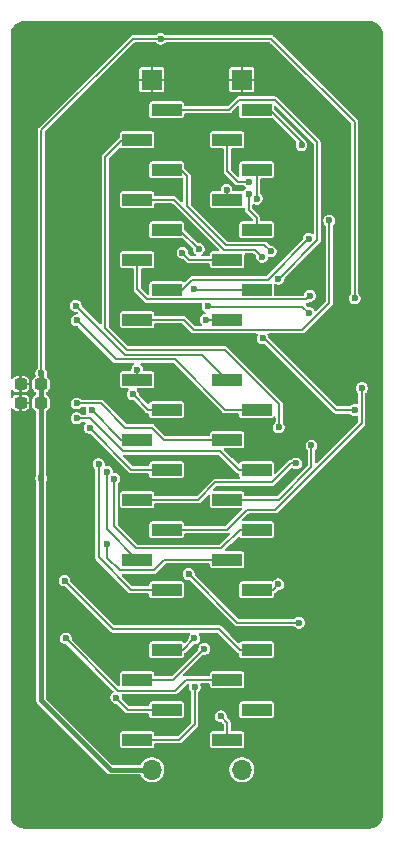
<source format=gbr>
G04 #@! TF.GenerationSoftware,KiCad,Pcbnew,9.0.6-9.0.6~ubuntu25.10.1*
G04 #@! TF.CreationDate,2025-12-01T20:39:09+09:00*
G04 #@! TF.ProjectId,bionic-z280,62696f6e-6963-42d7-9a32-38302e6b6963,1*
G04 #@! TF.SameCoordinates,Original*
G04 #@! TF.FileFunction,Copper,L2,Bot*
G04 #@! TF.FilePolarity,Positive*
%FSLAX46Y46*%
G04 Gerber Fmt 4.6, Leading zero omitted, Abs format (unit mm)*
G04 Created by KiCad (PCBNEW 9.0.6-9.0.6~ubuntu25.10.1) date 2025-12-01 20:39:09*
%MOMM*%
%LPD*%
G01*
G04 APERTURE LIST*
G04 Aperture macros list*
%AMRoundRect*
0 Rectangle with rounded corners*
0 $1 Rounding radius*
0 $2 $3 $4 $5 $6 $7 $8 $9 X,Y pos of 4 corners*
0 Add a 4 corners polygon primitive as box body*
4,1,4,$2,$3,$4,$5,$6,$7,$8,$9,$2,$3,0*
0 Add four circle primitives for the rounded corners*
1,1,$1+$1,$2,$3*
1,1,$1+$1,$4,$5*
1,1,$1+$1,$6,$7*
1,1,$1+$1,$8,$9*
0 Add four rect primitives between the rounded corners*
20,1,$1+$1,$2,$3,$4,$5,0*
20,1,$1+$1,$4,$5,$6,$7,0*
20,1,$1+$1,$6,$7,$8,$9,0*
20,1,$1+$1,$8,$9,$2,$3,0*%
G04 Aperture macros list end*
G04 #@! TA.AperFunction,ComponentPad*
%ADD10O,1.700000X1.700000*%
G04 #@! TD*
G04 #@! TA.AperFunction,SMDPad,CuDef*
%ADD11R,2.510000X1.000000*%
G04 #@! TD*
G04 #@! TA.AperFunction,ComponentPad*
%ADD12R,1.700000X1.700000*%
G04 #@! TD*
G04 #@! TA.AperFunction,SMDPad,CuDef*
%ADD13RoundRect,0.237500X0.300000X0.237500X-0.300000X0.237500X-0.300000X-0.237500X0.300000X-0.237500X0*%
G04 #@! TD*
G04 #@! TA.AperFunction,ViaPad*
%ADD14C,0.600000*%
G04 #@! TD*
G04 #@! TA.AperFunction,Conductor*
%ADD15C,0.200000*%
G04 #@! TD*
G04 #@! TA.AperFunction,Conductor*
%ADD16C,0.400000*%
G04 #@! TD*
G04 APERTURE END LIST*
D10*
X117510000Y-133500000D03*
D11*
X116265400Y-130960000D03*
X118754600Y-128420000D03*
X116265400Y-125880000D03*
X118754600Y-123340000D03*
X118754600Y-118260000D03*
X116265400Y-115720000D03*
X118754600Y-113180000D03*
X116265400Y-110640000D03*
X118754600Y-108100000D03*
X116265400Y-105560000D03*
X118754600Y-103020000D03*
X116265400Y-100480000D03*
X116265400Y-95400000D03*
X118754600Y-92860000D03*
X116265400Y-90320000D03*
X118754600Y-87780000D03*
X116265400Y-85240000D03*
X118754600Y-82700000D03*
X116265400Y-80160000D03*
X118754600Y-77620000D03*
D12*
X117510000Y-75080000D03*
D13*
X100492000Y-100861000D03*
X98767000Y-100861000D03*
D12*
X109890000Y-75080000D03*
D11*
X111134600Y-77620000D03*
X108645400Y-80160000D03*
X111134600Y-82700000D03*
X108645400Y-85240000D03*
X111134600Y-87780000D03*
X108645400Y-90320000D03*
X111134600Y-92860000D03*
X108645400Y-95400000D03*
X108645400Y-100480000D03*
X111134600Y-103020000D03*
X108645400Y-105560000D03*
X111134600Y-108100000D03*
X108645400Y-110640000D03*
X111134600Y-113180000D03*
X108645400Y-115720000D03*
X111134600Y-118260000D03*
X111134600Y-123340000D03*
X108645400Y-125880000D03*
X111134600Y-128420000D03*
X108645400Y-130960000D03*
D10*
X109890000Y-133500000D03*
D13*
X100492000Y-102435800D03*
X98767000Y-102435800D03*
D14*
X100517400Y-99946600D03*
X100517400Y-108811200D03*
X110626600Y-71600200D03*
X127060400Y-93571200D03*
X113674600Y-109039800D03*
X119135600Y-105585400D03*
X103463800Y-82674600D03*
X113674600Y-112164000D03*
X126374600Y-72540000D03*
X109636000Y-91717000D03*
X127009600Y-98676600D03*
X122539200Y-113459400D03*
X113700000Y-107185600D03*
X111490200Y-96644600D03*
X102244600Y-113688000D03*
X123352000Y-98600400D03*
X115605000Y-116990000D03*
X111795000Y-100784800D03*
X104860800Y-123340000D03*
X121142200Y-89354800D03*
X118322800Y-98321000D03*
X123072600Y-90980400D03*
X108518400Y-112900600D03*
X104810000Y-128750200D03*
X114411200Y-132204600D03*
X101076200Y-131061600D03*
X125892000Y-131722000D03*
X101000000Y-75080000D03*
X119491200Y-80693400D03*
X113725400Y-85214600D03*
X122102119Y-107569504D03*
X123156335Y-88549535D03*
X106867400Y-127394400D03*
X127670000Y-101191200D03*
X127070000Y-103045400D03*
X119237200Y-90063459D03*
X119259600Y-96974800D03*
X104614335Y-104561865D03*
X120601265Y-91938065D03*
X124901400Y-86992600D03*
X113522200Y-126480000D03*
X120624600Y-104518600D03*
X108264400Y-101699200D03*
X104784600Y-103075100D03*
X113496800Y-122374800D03*
X123275800Y-93368000D03*
X119952078Y-89616520D03*
X108645400Y-99641800D03*
X106080000Y-108262000D03*
X105384600Y-107617400D03*
X113852400Y-89405600D03*
X114614400Y-94272800D03*
X123199600Y-94841200D03*
X114314765Y-123268965D03*
X115732000Y-128978800D03*
X103514600Y-103731200D03*
X123402800Y-106033000D03*
X118100322Y-84718300D03*
X120583400Y-117802800D03*
X103514600Y-95450800D03*
X113476565Y-92788965D03*
X102493000Y-117478200D03*
X118773505Y-85150538D03*
X112480800Y-89735800D03*
X114436600Y-95400000D03*
X103514600Y-102475100D03*
X118154600Y-83741400D03*
X103451100Y-94218900D03*
X116214600Y-84401800D03*
X122564600Y-80617200D03*
X102612900Y-122387500D03*
X106121200Y-114373800D03*
X106689600Y-108862000D03*
X113001500Y-116926500D03*
X122336000Y-121054000D03*
D15*
X100517400Y-79372600D02*
X100517400Y-99946600D01*
D16*
X100517400Y-108811200D02*
X100517400Y-99946600D01*
D15*
X100516300Y-99947700D02*
X100517400Y-99946600D01*
D16*
X100517400Y-127607200D02*
X100517400Y-108811200D01*
X109890000Y-133500000D02*
X106410200Y-133500000D01*
X106410200Y-133500000D02*
X100517400Y-127607200D01*
D15*
X127070000Y-93561600D02*
X127070000Y-78671000D01*
X110626600Y-71600200D02*
X108289800Y-71600200D01*
X108289800Y-71600200D02*
X100517400Y-79372600D01*
X127060400Y-93571200D02*
X127070000Y-93561600D01*
X127070000Y-78671000D02*
X119999200Y-71600200D01*
X119999200Y-71600200D02*
X110626600Y-71600200D01*
X122102119Y-107569504D02*
X121647296Y-107569504D01*
X121647296Y-107569504D02*
X120050000Y-109166800D01*
X120050000Y-109166800D02*
X115274800Y-109166800D01*
X115274800Y-109166800D02*
X113801600Y-110640000D01*
X113801600Y-110640000D02*
X108645400Y-110640000D01*
X123141265Y-88549535D02*
X119694400Y-91996400D01*
X119694400Y-91996400D02*
X113293600Y-91996400D01*
X113293600Y-91996400D02*
X112430000Y-92860000D01*
X112430000Y-92860000D02*
X111134600Y-92860000D01*
X123156335Y-88549535D02*
X123141265Y-88549535D01*
X107893000Y-128420000D02*
X111134600Y-128420000D01*
X106867400Y-127394400D02*
X107893000Y-128420000D01*
X127670000Y-101191200D02*
X127670000Y-104151372D01*
X127670000Y-104151372D02*
X120317772Y-111503600D01*
X120317772Y-111503600D02*
X117941800Y-111503600D01*
X117941800Y-111503600D02*
X116265400Y-113180000D01*
X116265400Y-113180000D02*
X111134600Y-113180000D01*
X111769600Y-85240000D02*
X108645400Y-85240000D01*
X125485600Y-103045400D02*
X119415000Y-96974800D01*
X118655541Y-89481800D02*
X116011400Y-89481800D01*
X116011400Y-89481800D02*
X111769600Y-85240000D01*
X119237200Y-90063459D02*
X118655541Y-89481800D01*
X119415000Y-96974800D02*
X119259600Y-96974800D01*
X127070000Y-103045400D02*
X125485600Y-103045400D01*
X104624665Y-104561865D02*
X108162800Y-108100000D01*
X108162800Y-108100000D02*
X111134600Y-108100000D01*
X104614335Y-104561865D02*
X104624665Y-104561865D01*
X116417800Y-77620000D02*
X117256000Y-76781800D01*
X123885400Y-80388600D02*
X123885400Y-88669000D01*
X120616335Y-91938065D02*
X120601265Y-91938065D01*
X117256000Y-76781800D02*
X120278600Y-76781800D01*
X111134600Y-77620000D02*
X116417800Y-77620000D01*
X120278600Y-76781800D02*
X123885400Y-80388600D01*
X123885400Y-88669000D02*
X120616335Y-91938065D01*
X124901400Y-94003000D02*
X122640800Y-96263600D01*
X122640800Y-96263600D02*
X113471400Y-96263600D01*
X113471400Y-96263600D02*
X112607800Y-95400000D01*
X112607800Y-95400000D02*
X108645400Y-95400000D01*
X124901400Y-86992600D02*
X124901400Y-94003000D01*
X112176000Y-130960000D02*
X108645400Y-130960000D01*
X113522200Y-126480000D02*
X113522200Y-129613800D01*
X113522200Y-129613800D02*
X112176000Y-130960000D01*
X120659600Y-104483600D02*
X120659600Y-102512000D01*
X120659600Y-102512000D02*
X116100400Y-97952800D01*
X105927600Y-96104314D02*
X105927600Y-81633200D01*
X107776086Y-97952800D02*
X105927600Y-96104314D01*
X105927600Y-81633200D02*
X107400800Y-80160000D01*
X107400800Y-80160000D02*
X108645400Y-80160000D01*
X120624600Y-104518600D02*
X120659600Y-104483600D01*
X116100400Y-97952800D02*
X107776086Y-97952800D01*
X108264400Y-101699200D02*
X109585200Y-103020000D01*
X109585200Y-103020000D02*
X111134600Y-103020000D01*
X107299200Y-105560000D02*
X108645400Y-105560000D01*
X104814300Y-103075100D02*
X107299200Y-105560000D01*
X104784600Y-103075100D02*
X104814300Y-103075100D01*
X112531600Y-123340000D02*
X111134600Y-123340000D01*
X113496800Y-122374800D02*
X112531600Y-123340000D01*
X108645400Y-92809200D02*
X108645400Y-90320000D01*
X122971000Y-93672800D02*
X109509000Y-93672800D01*
X109509000Y-93672800D02*
X108645400Y-92809200D01*
X123275800Y-93368000D02*
X122971000Y-93672800D01*
X119952078Y-89616520D02*
X119417358Y-89081800D01*
X112861800Y-83208000D02*
X112353800Y-82700000D01*
X112861800Y-85766514D02*
X112861800Y-83208000D01*
X112353800Y-82700000D02*
X111134600Y-82700000D01*
X119417358Y-89081800D02*
X116177086Y-89081800D01*
X116177086Y-89081800D02*
X112861800Y-85766514D01*
X108645400Y-99641800D02*
X108645400Y-100480000D01*
X106080000Y-113154600D02*
X108645400Y-115720000D01*
X106080000Y-108262000D02*
X106080000Y-113154600D01*
X108137400Y-118260000D02*
X111134600Y-118260000D01*
X105384600Y-107617400D02*
X105394200Y-107627000D01*
X105394200Y-107627000D02*
X105394200Y-115516800D01*
X105394200Y-115516800D02*
X108137400Y-118260000D01*
X112226800Y-87780000D02*
X111134600Y-87780000D01*
X122640800Y-94282400D02*
X114624000Y-94282400D01*
X123199600Y-94841200D02*
X122640800Y-94282400D01*
X113852400Y-89405600D02*
X112226800Y-87780000D01*
X114624000Y-94282400D02*
X114614400Y-94272800D01*
X114304435Y-123268965D02*
X111693400Y-125880000D01*
X114314765Y-123268965D02*
X114304435Y-123268965D01*
X111693400Y-125880000D02*
X108645400Y-125880000D01*
X116265400Y-130960000D02*
X116265000Y-130960000D01*
X116265400Y-129512200D02*
X116265400Y-130960000D01*
X115732000Y-128978800D02*
X116265400Y-129512200D01*
X107426200Y-106525200D02*
X115681200Y-106525200D01*
X117256000Y-108100000D02*
X118754600Y-108100000D01*
X103514600Y-103731200D02*
X104632200Y-103731200D01*
X104632200Y-103731200D02*
X107426200Y-106525200D01*
X115681200Y-106525200D02*
X117256000Y-108100000D01*
X123402800Y-106033000D02*
X123402800Y-107852886D01*
X120615686Y-110640000D02*
X116265400Y-110640000D01*
X123402800Y-107852886D02*
X120615686Y-110640000D01*
X118102000Y-86136800D02*
X118754600Y-86789400D01*
X118102000Y-84719978D02*
X118102000Y-86136800D01*
X118754600Y-86789400D02*
X118754600Y-87780000D01*
X118100322Y-84718300D02*
X118102000Y-84719978D01*
X120126200Y-118260000D02*
X118754600Y-118260000D01*
X120583400Y-117802800D02*
X120126200Y-118260000D01*
X116097929Y-103020000D02*
X118754600Y-103020000D01*
X106816600Y-98752800D02*
X111830729Y-98752800D01*
X103514600Y-95450800D02*
X106816600Y-98752800D01*
X111830729Y-98752800D02*
X116097929Y-103020000D01*
X113476565Y-92788965D02*
X113547600Y-92860000D01*
X113547600Y-92860000D02*
X118754600Y-92860000D01*
X106602200Y-121587400D02*
X115605000Y-121587400D01*
X117357600Y-123340000D02*
X118754600Y-123340000D01*
X115605000Y-121587400D02*
X117357600Y-123340000D01*
X102493000Y-117478200D02*
X106602200Y-121587400D01*
X118754600Y-85131633D02*
X118754600Y-82700000D01*
X118773505Y-85150538D02*
X118754600Y-85131633D01*
X113065000Y-90320000D02*
X116265400Y-90320000D01*
X112480800Y-89735800D02*
X113065000Y-90320000D01*
X114436600Y-95400000D02*
X116265400Y-95400000D01*
X110931400Y-105560000D02*
X116265400Y-105560000D01*
X105585900Y-102475100D02*
X107654800Y-104544000D01*
X109915400Y-104544000D02*
X110931400Y-105560000D01*
X103514600Y-102475100D02*
X105585900Y-102475100D01*
X107654800Y-104544000D02*
X109915400Y-104544000D01*
X118129200Y-83716000D02*
X117154400Y-83716000D01*
X117154400Y-83716000D02*
X116265400Y-82827000D01*
X116265400Y-82827000D02*
X116265400Y-80160000D01*
X118154600Y-83741400D02*
X118129200Y-83716000D01*
X107610400Y-98352800D02*
X114138200Y-98352800D01*
X114138200Y-98352800D02*
X116265400Y-100480000D01*
X103451100Y-94218900D02*
X103476500Y-94218900D01*
X103476500Y-94218900D02*
X107610400Y-98352800D01*
X116214600Y-84401800D02*
X116265400Y-84452600D01*
X116265400Y-84452600D02*
X116265400Y-85240000D01*
X122564600Y-80312400D02*
X119872200Y-77620000D01*
X122564600Y-80617200D02*
X122564600Y-80312400D01*
X119872200Y-77620000D02*
X118754600Y-77620000D01*
X107019800Y-126794400D02*
X111863016Y-126794400D01*
X112777416Y-125880000D02*
X116265400Y-125880000D01*
X111863016Y-126794400D02*
X112777416Y-125880000D01*
X102612900Y-122387500D02*
X107019800Y-126794400D01*
X106121200Y-115550800D02*
X107179400Y-116609000D01*
X110931400Y-115720000D02*
X116265400Y-115720000D01*
X106121200Y-114373800D02*
X106121200Y-115550800D01*
X110042400Y-116609000D02*
X110931400Y-115720000D01*
X107179400Y-116609000D02*
X110042400Y-116609000D01*
X106689600Y-112875200D02*
X108569200Y-114754800D01*
X115782800Y-114754800D02*
X117357600Y-113180000D01*
X106689600Y-108862000D02*
X106689600Y-112875200D01*
X117357600Y-113180000D02*
X118754600Y-113180000D01*
X108569200Y-114754800D02*
X115782800Y-114754800D01*
X113001500Y-116926500D02*
X117129000Y-121054000D01*
X117129000Y-121054000D02*
X122336000Y-121054000D01*
G04 #@! TA.AperFunction,Conductor*
G36*
X128309309Y-70100877D02*
G01*
X128499457Y-70117512D01*
X128516437Y-70120505D01*
X128696635Y-70168789D01*
X128712839Y-70174687D01*
X128881902Y-70253523D01*
X128896842Y-70262149D01*
X129049641Y-70369140D01*
X129062861Y-70380232D01*
X129194767Y-70512138D01*
X129205859Y-70525358D01*
X129312850Y-70678157D01*
X129321478Y-70693101D01*
X129400308Y-70862151D01*
X129406211Y-70878368D01*
X129454492Y-71058555D01*
X129457488Y-71075550D01*
X129474123Y-71265690D01*
X129474500Y-71274318D01*
X129474500Y-137305681D01*
X129474123Y-137314309D01*
X129457488Y-137504449D01*
X129454492Y-137521444D01*
X129406211Y-137701631D01*
X129400308Y-137717848D01*
X129321478Y-137886898D01*
X129312850Y-137901842D01*
X129205859Y-138054641D01*
X129194767Y-138067861D01*
X129062861Y-138199767D01*
X129049641Y-138210859D01*
X128896842Y-138317850D01*
X128881898Y-138326478D01*
X128712848Y-138405308D01*
X128696631Y-138411211D01*
X128516444Y-138459492D01*
X128499449Y-138462488D01*
X128309309Y-138479123D01*
X128300681Y-138479500D01*
X99099319Y-138479500D01*
X99090691Y-138479123D01*
X98900550Y-138462488D01*
X98883555Y-138459492D01*
X98703368Y-138411211D01*
X98687154Y-138405309D01*
X98518100Y-138326477D01*
X98503157Y-138317850D01*
X98350358Y-138210859D01*
X98337138Y-138199767D01*
X98205232Y-138067861D01*
X98194140Y-138054641D01*
X98087149Y-137901842D01*
X98078523Y-137886902D01*
X97999687Y-137717839D01*
X97993788Y-137701631D01*
X97974843Y-137630926D01*
X97945505Y-137521437D01*
X97942512Y-137504457D01*
X97925877Y-137314309D01*
X97925500Y-137305681D01*
X97925500Y-102977206D01*
X97944407Y-102919015D01*
X97993907Y-102883051D01*
X98055093Y-102883051D01*
X98104156Y-102918418D01*
X98154146Y-102986153D01*
X98154151Y-102986158D01*
X98260259Y-103064469D01*
X98384740Y-103108027D01*
X98384741Y-103108028D01*
X98414299Y-103110800D01*
X98666999Y-103110800D01*
X98667000Y-103110799D01*
X98667000Y-102535801D01*
X98867000Y-102535801D01*
X98867000Y-103110799D01*
X98867001Y-103110800D01*
X99119701Y-103110800D01*
X99149258Y-103108028D01*
X99149259Y-103108027D01*
X99273740Y-103064469D01*
X99379848Y-102986158D01*
X99379858Y-102986148D01*
X99458169Y-102880040D01*
X99501727Y-102755559D01*
X99501728Y-102755558D01*
X99504500Y-102726001D01*
X99504500Y-102535801D01*
X99504499Y-102535800D01*
X98867001Y-102535800D01*
X98867000Y-102535801D01*
X98667000Y-102535801D01*
X98667000Y-101760801D01*
X98867000Y-101760801D01*
X98867000Y-102335799D01*
X98867001Y-102335800D01*
X99504499Y-102335800D01*
X99504500Y-102335799D01*
X99504500Y-102145598D01*
X99501728Y-102116041D01*
X99501727Y-102116040D01*
X99458169Y-101991559D01*
X99379858Y-101885451D01*
X99379848Y-101885441D01*
X99273740Y-101807130D01*
X99149259Y-101763572D01*
X99149258Y-101763571D01*
X99119701Y-101760800D01*
X98867001Y-101760800D01*
X98867000Y-101760801D01*
X98667000Y-101760801D01*
X98666999Y-101760800D01*
X98414299Y-101760800D01*
X98384741Y-101763571D01*
X98384740Y-101763572D01*
X98260259Y-101807130D01*
X98154151Y-101885441D01*
X98154141Y-101885451D01*
X98104155Y-101953181D01*
X98054388Y-101988774D01*
X97993204Y-101988316D01*
X97943974Y-101951983D01*
X97925500Y-101894393D01*
X97925500Y-101402406D01*
X97944407Y-101344215D01*
X97993907Y-101308251D01*
X98055093Y-101308251D01*
X98104156Y-101343618D01*
X98154146Y-101411353D01*
X98154151Y-101411358D01*
X98260259Y-101489669D01*
X98384740Y-101533227D01*
X98384741Y-101533228D01*
X98414299Y-101536000D01*
X98666999Y-101536000D01*
X98667000Y-101535999D01*
X98667000Y-100961001D01*
X98867000Y-100961001D01*
X98867000Y-101535999D01*
X98867001Y-101536000D01*
X99119701Y-101536000D01*
X99149258Y-101533228D01*
X99149259Y-101533227D01*
X99273740Y-101489669D01*
X99379848Y-101411358D01*
X99379858Y-101411348D01*
X99458169Y-101305240D01*
X99501727Y-101180759D01*
X99501728Y-101180758D01*
X99504500Y-101151201D01*
X99504500Y-100961001D01*
X99504499Y-100961000D01*
X98867001Y-100961000D01*
X98867000Y-100961001D01*
X98667000Y-100961001D01*
X98667000Y-100186001D01*
X98867000Y-100186001D01*
X98867000Y-100760999D01*
X98867001Y-100761000D01*
X99504499Y-100761000D01*
X99504500Y-100760999D01*
X99504500Y-100570798D01*
X99504494Y-100570733D01*
X99754000Y-100570733D01*
X99754000Y-101151266D01*
X99756774Y-101180844D01*
X99756776Y-101180852D01*
X99800384Y-101305476D01*
X99878528Y-101411358D01*
X99878789Y-101411711D01*
X99878792Y-101411713D01*
X99878793Y-101411714D01*
X99985023Y-101490115D01*
X99985024Y-101490115D01*
X99985025Y-101490116D01*
X100050598Y-101513061D01*
X100074077Y-101530938D01*
X100097993Y-101548314D01*
X100098352Y-101549421D01*
X100099278Y-101550126D01*
X100116900Y-101606505D01*
X100116900Y-101690294D01*
X100097993Y-101748485D01*
X100050599Y-101783738D01*
X99985022Y-101806684D01*
X99878793Y-101885085D01*
X99878785Y-101885093D01*
X99800384Y-101991323D01*
X99756776Y-102115947D01*
X99756774Y-102115955D01*
X99754000Y-102145533D01*
X99754000Y-102726066D01*
X99756774Y-102755644D01*
X99756776Y-102755652D01*
X99800384Y-102880276D01*
X99878528Y-102986158D01*
X99878789Y-102986511D01*
X99878792Y-102986513D01*
X99878793Y-102986514D01*
X99985023Y-103064915D01*
X99985024Y-103064915D01*
X99985025Y-103064916D01*
X100050598Y-103087861D01*
X100099278Y-103124926D01*
X100116900Y-103181305D01*
X100116900Y-108477359D01*
X100103636Y-108526859D01*
X100051009Y-108618009D01*
X100031939Y-108689178D01*
X100016900Y-108745308D01*
X100016900Y-108877092D01*
X100051008Y-109004386D01*
X100103636Y-109095541D01*
X100116900Y-109145040D01*
X100116900Y-127554473D01*
X100116900Y-127659927D01*
X100140970Y-127749759D01*
X100144194Y-127761792D01*
X100196916Y-127853108D01*
X100196918Y-127853110D01*
X100196920Y-127853113D01*
X106089718Y-133745910D01*
X106089720Y-133745913D01*
X106164287Y-133820480D01*
X106224935Y-133855495D01*
X106255613Y-133873207D01*
X106357470Y-133900500D01*
X106357472Y-133900501D01*
X106357473Y-133900501D01*
X106468990Y-133900501D01*
X106469006Y-133900500D01*
X108852690Y-133900500D01*
X108910881Y-133919407D01*
X108944154Y-133961615D01*
X108959057Y-133997595D01*
X108959058Y-133997597D01*
X108959059Y-133997598D01*
X109074023Y-134169655D01*
X109220345Y-134315977D01*
X109392402Y-134430941D01*
X109583580Y-134510130D01*
X109786535Y-134550500D01*
X109786536Y-134550500D01*
X109993464Y-134550500D01*
X109993465Y-134550500D01*
X110196420Y-134510130D01*
X110387598Y-134430941D01*
X110559655Y-134315977D01*
X110705977Y-134169655D01*
X110820941Y-133997598D01*
X110900130Y-133806420D01*
X110940500Y-133603465D01*
X110940500Y-133396535D01*
X110940499Y-133396532D01*
X116459500Y-133396532D01*
X116459500Y-133603467D01*
X116499869Y-133806418D01*
X116579058Y-133997597D01*
X116579059Y-133997598D01*
X116694023Y-134169655D01*
X116840345Y-134315977D01*
X117012402Y-134430941D01*
X117203580Y-134510130D01*
X117406535Y-134550500D01*
X117406536Y-134550500D01*
X117613464Y-134550500D01*
X117613465Y-134550500D01*
X117816420Y-134510130D01*
X118007598Y-134430941D01*
X118179655Y-134315977D01*
X118325977Y-134169655D01*
X118440941Y-133997598D01*
X118520130Y-133806420D01*
X118560500Y-133603465D01*
X118560500Y-133396535D01*
X118520130Y-133193580D01*
X118440941Y-133002402D01*
X118325977Y-132830345D01*
X118179655Y-132684023D01*
X118007598Y-132569059D01*
X118007599Y-132569059D01*
X118007597Y-132569058D01*
X117816418Y-132489869D01*
X117613467Y-132449500D01*
X117613465Y-132449500D01*
X117406535Y-132449500D01*
X117406532Y-132449500D01*
X117203581Y-132489869D01*
X117012402Y-132569058D01*
X116840348Y-132684020D01*
X116694020Y-132830348D01*
X116579058Y-133002402D01*
X116499869Y-133193581D01*
X116459500Y-133396532D01*
X110940499Y-133396532D01*
X110900130Y-133193580D01*
X110820941Y-133002402D01*
X110705977Y-132830345D01*
X110559655Y-132684023D01*
X110387598Y-132569059D01*
X110387599Y-132569059D01*
X110387597Y-132569058D01*
X110196418Y-132489869D01*
X109993467Y-132449500D01*
X109993465Y-132449500D01*
X109786535Y-132449500D01*
X109786532Y-132449500D01*
X109583581Y-132489869D01*
X109392402Y-132569058D01*
X109220348Y-132684020D01*
X109074020Y-132830348D01*
X108959057Y-133002404D01*
X108944154Y-133038385D01*
X108904418Y-133084911D01*
X108852690Y-133099500D01*
X106617100Y-133099500D01*
X106558909Y-133080593D01*
X106547096Y-133070504D01*
X100946896Y-127470303D01*
X100919119Y-127415786D01*
X100917900Y-127400299D01*
X100917900Y-122321608D01*
X102112400Y-122321608D01*
X102112400Y-122453392D01*
X102119349Y-122479325D01*
X102146509Y-122580690D01*
X102212396Y-122694809D01*
X102212398Y-122694811D01*
X102212400Y-122694814D01*
X102305586Y-122788000D01*
X102305588Y-122788001D01*
X102305590Y-122788003D01*
X102419710Y-122853890D01*
X102419708Y-122853890D01*
X102419712Y-122853891D01*
X102419714Y-122853892D01*
X102547008Y-122888000D01*
X102547010Y-122888000D01*
X102647421Y-122888000D01*
X102705612Y-122906907D01*
X102717425Y-122916996D01*
X106617359Y-126816930D01*
X106645136Y-126871447D01*
X106635565Y-126931879D01*
X106596856Y-126972670D01*
X106560088Y-126993898D01*
X106466896Y-127087090D01*
X106401009Y-127201209D01*
X106401008Y-127201214D01*
X106366900Y-127328508D01*
X106366900Y-127460292D01*
X106396979Y-127572551D01*
X106401009Y-127587590D01*
X106466896Y-127701709D01*
X106466898Y-127701711D01*
X106466900Y-127701714D01*
X106560086Y-127794900D01*
X106560088Y-127794901D01*
X106560090Y-127794903D01*
X106674210Y-127860790D01*
X106674208Y-127860790D01*
X106674212Y-127860791D01*
X106674214Y-127860792D01*
X106801508Y-127894900D01*
X106801510Y-127894900D01*
X106901921Y-127894900D01*
X106960112Y-127913807D01*
X106971925Y-127923896D01*
X107652540Y-128604511D01*
X107652539Y-128604511D01*
X107708489Y-128660460D01*
X107777007Y-128700019D01*
X107777011Y-128700021D01*
X107853435Y-128720499D01*
X107853437Y-128720500D01*
X107853438Y-128720500D01*
X107932562Y-128720500D01*
X109580100Y-128720500D01*
X109638291Y-128739407D01*
X109674255Y-128788907D01*
X109679100Y-128819500D01*
X109679100Y-128939746D01*
X109679101Y-128939758D01*
X109690732Y-128998227D01*
X109690734Y-128998233D01*
X109726856Y-129052292D01*
X109735048Y-129064552D01*
X109801369Y-129108867D01*
X109845831Y-129117711D01*
X109859841Y-129120498D01*
X109859846Y-129120498D01*
X109859852Y-129120500D01*
X109859853Y-129120500D01*
X112409347Y-129120500D01*
X112409348Y-129120500D01*
X112467831Y-129108867D01*
X112534152Y-129064552D01*
X112578467Y-128998231D01*
X112590100Y-128939748D01*
X112590100Y-127900252D01*
X112589035Y-127894900D01*
X112582251Y-127860792D01*
X112578467Y-127841769D01*
X112534152Y-127775448D01*
X112513709Y-127761788D01*
X112467833Y-127731134D01*
X112467831Y-127731133D01*
X112467828Y-127731132D01*
X112467827Y-127731132D01*
X112409358Y-127719501D01*
X112409348Y-127719500D01*
X109859852Y-127719500D01*
X109859851Y-127719500D01*
X109859841Y-127719501D01*
X109801372Y-127731132D01*
X109801366Y-127731134D01*
X109735051Y-127775445D01*
X109735045Y-127775451D01*
X109690734Y-127841766D01*
X109690732Y-127841772D01*
X109679101Y-127900241D01*
X109679100Y-127900253D01*
X109679100Y-128020500D01*
X109660193Y-128078691D01*
X109610693Y-128114655D01*
X109580100Y-128119500D01*
X108058479Y-128119500D01*
X108000288Y-128100593D01*
X107988475Y-128090504D01*
X107396896Y-127498925D01*
X107369119Y-127444408D01*
X107367900Y-127428921D01*
X107367900Y-127328509D01*
X107367900Y-127328508D01*
X107338697Y-127219520D01*
X107341900Y-127158422D01*
X107380405Y-127110872D01*
X107434324Y-127094900D01*
X111902579Y-127094900D01*
X111902579Y-127094899D01*
X111979005Y-127074421D01*
X112047527Y-127034860D01*
X112103476Y-126978911D01*
X112872891Y-126209496D01*
X112880008Y-126205869D01*
X112884704Y-126199407D01*
X112906752Y-126192243D01*
X112927408Y-126181719D01*
X112942895Y-126180500D01*
X112955276Y-126180500D01*
X113013467Y-126199407D01*
X113049431Y-126248907D01*
X113050902Y-126305120D01*
X113021700Y-126414108D01*
X113021700Y-126545892D01*
X113030973Y-126580498D01*
X113055809Y-126673190D01*
X113121696Y-126787309D01*
X113121698Y-126787311D01*
X113121700Y-126787314D01*
X113192705Y-126858319D01*
X113220481Y-126912834D01*
X113221700Y-126928321D01*
X113221700Y-129448321D01*
X113202793Y-129506512D01*
X113192704Y-129518325D01*
X112080525Y-130630504D01*
X112026008Y-130658281D01*
X112010521Y-130659500D01*
X110199900Y-130659500D01*
X110141709Y-130640593D01*
X110105745Y-130591093D01*
X110100900Y-130560500D01*
X110100900Y-130440253D01*
X110100898Y-130440241D01*
X110098111Y-130426231D01*
X110089267Y-130381769D01*
X110044952Y-130315448D01*
X110044948Y-130315445D01*
X109978633Y-130271134D01*
X109978631Y-130271133D01*
X109978628Y-130271132D01*
X109978627Y-130271132D01*
X109920158Y-130259501D01*
X109920148Y-130259500D01*
X107370652Y-130259500D01*
X107370651Y-130259500D01*
X107370641Y-130259501D01*
X107312172Y-130271132D01*
X107312166Y-130271134D01*
X107245851Y-130315445D01*
X107245845Y-130315451D01*
X107201534Y-130381766D01*
X107201532Y-130381772D01*
X107189901Y-130440241D01*
X107189900Y-130440253D01*
X107189900Y-131479746D01*
X107189901Y-131479758D01*
X107201532Y-131538227D01*
X107201533Y-131538231D01*
X107245848Y-131604552D01*
X107312169Y-131648867D01*
X107356631Y-131657711D01*
X107370641Y-131660498D01*
X107370646Y-131660498D01*
X107370652Y-131660500D01*
X107370653Y-131660500D01*
X109920147Y-131660500D01*
X109920148Y-131660500D01*
X109978631Y-131648867D01*
X110044952Y-131604552D01*
X110089267Y-131538231D01*
X110100900Y-131479748D01*
X110100900Y-131359500D01*
X110119807Y-131301309D01*
X110169307Y-131265345D01*
X110199900Y-131260500D01*
X112215563Y-131260500D01*
X112215563Y-131260499D01*
X112291989Y-131240021D01*
X112360511Y-131200460D01*
X112416460Y-131144511D01*
X113120718Y-130440253D01*
X114809900Y-130440253D01*
X114809900Y-131479746D01*
X114809901Y-131479758D01*
X114821532Y-131538227D01*
X114821533Y-131538231D01*
X114865848Y-131604552D01*
X114932169Y-131648867D01*
X114976631Y-131657711D01*
X114990641Y-131660498D01*
X114990646Y-131660498D01*
X114990652Y-131660500D01*
X114990653Y-131660500D01*
X117540147Y-131660500D01*
X117540148Y-131660500D01*
X117598631Y-131648867D01*
X117664952Y-131604552D01*
X117709267Y-131538231D01*
X117720900Y-131479748D01*
X117720900Y-130440252D01*
X117709267Y-130381769D01*
X117664952Y-130315448D01*
X117664948Y-130315445D01*
X117598633Y-130271134D01*
X117598631Y-130271133D01*
X117598628Y-130271132D01*
X117598627Y-130271132D01*
X117540158Y-130259501D01*
X117540148Y-130259500D01*
X117540147Y-130259500D01*
X116664900Y-130259500D01*
X116606709Y-130240593D01*
X116570745Y-130191093D01*
X116565900Y-130160500D01*
X116565900Y-129472639D01*
X116565899Y-129472635D01*
X116558546Y-129445192D01*
X116545422Y-129396212D01*
X116535658Y-129379300D01*
X116505863Y-129327693D01*
X116505859Y-129327688D01*
X116261496Y-129083324D01*
X116233719Y-129028808D01*
X116232500Y-129013321D01*
X116232500Y-128912909D01*
X116232500Y-128912908D01*
X116198392Y-128785614D01*
X116198390Y-128785611D01*
X116198390Y-128785609D01*
X116132503Y-128671490D01*
X116132501Y-128671488D01*
X116132500Y-128671486D01*
X116039314Y-128578300D01*
X116039311Y-128578298D01*
X116039309Y-128578296D01*
X115925189Y-128512409D01*
X115925191Y-128512409D01*
X115875799Y-128499175D01*
X115797892Y-128478300D01*
X115666108Y-128478300D01*
X115588200Y-128499175D01*
X115538809Y-128512409D01*
X115424690Y-128578296D01*
X115331496Y-128671490D01*
X115265609Y-128785609D01*
X115256528Y-128819500D01*
X115231500Y-128912908D01*
X115231500Y-129044692D01*
X115261579Y-129156951D01*
X115265609Y-129171990D01*
X115331496Y-129286109D01*
X115331498Y-129286111D01*
X115331500Y-129286114D01*
X115424686Y-129379300D01*
X115424688Y-129379301D01*
X115424690Y-129379303D01*
X115538810Y-129445190D01*
X115538808Y-129445190D01*
X115538812Y-129445191D01*
X115538814Y-129445192D01*
X115666108Y-129479300D01*
X115666110Y-129479300D01*
X115766521Y-129479300D01*
X115774118Y-129481768D01*
X115782008Y-129480519D01*
X115802663Y-129491043D01*
X115824712Y-129498207D01*
X115836525Y-129508296D01*
X115935904Y-129607675D01*
X115963681Y-129662192D01*
X115964900Y-129677679D01*
X115964900Y-130160500D01*
X115945993Y-130218691D01*
X115896493Y-130254655D01*
X115865900Y-130259500D01*
X114990652Y-130259500D01*
X114990651Y-130259500D01*
X114990641Y-130259501D01*
X114932172Y-130271132D01*
X114932166Y-130271134D01*
X114865851Y-130315445D01*
X114865845Y-130315451D01*
X114821534Y-130381766D01*
X114821532Y-130381772D01*
X114809901Y-130440241D01*
X114809900Y-130440253D01*
X113120718Y-130440253D01*
X113762660Y-129798311D01*
X113789016Y-129752660D01*
X113802221Y-129729789D01*
X113822700Y-129653362D01*
X113822700Y-127900253D01*
X117299100Y-127900253D01*
X117299100Y-128939746D01*
X117299101Y-128939758D01*
X117310732Y-128998227D01*
X117310734Y-128998233D01*
X117346856Y-129052292D01*
X117355048Y-129064552D01*
X117421369Y-129108867D01*
X117465831Y-129117711D01*
X117479841Y-129120498D01*
X117479846Y-129120498D01*
X117479852Y-129120500D01*
X117479853Y-129120500D01*
X120029347Y-129120500D01*
X120029348Y-129120500D01*
X120087831Y-129108867D01*
X120154152Y-129064552D01*
X120198467Y-128998231D01*
X120210100Y-128939748D01*
X120210100Y-127900252D01*
X120209035Y-127894900D01*
X120202251Y-127860792D01*
X120198467Y-127841769D01*
X120154152Y-127775448D01*
X120133709Y-127761788D01*
X120087833Y-127731134D01*
X120087831Y-127731133D01*
X120087828Y-127731132D01*
X120087827Y-127731132D01*
X120029358Y-127719501D01*
X120029348Y-127719500D01*
X117479852Y-127719500D01*
X117479851Y-127719500D01*
X117479841Y-127719501D01*
X117421372Y-127731132D01*
X117421366Y-127731134D01*
X117355051Y-127775445D01*
X117355045Y-127775451D01*
X117310734Y-127841766D01*
X117310732Y-127841772D01*
X117299101Y-127900241D01*
X117299100Y-127900253D01*
X113822700Y-127900253D01*
X113822700Y-126928321D01*
X113841607Y-126870130D01*
X113851690Y-126858323D01*
X113922700Y-126787314D01*
X113988592Y-126673186D01*
X114022700Y-126545892D01*
X114022700Y-126414108D01*
X113993497Y-126305120D01*
X113996700Y-126244022D01*
X114035205Y-126196472D01*
X114089124Y-126180500D01*
X114710900Y-126180500D01*
X114769091Y-126199407D01*
X114805055Y-126248907D01*
X114809900Y-126279500D01*
X114809900Y-126399746D01*
X114809901Y-126399758D01*
X114821532Y-126458227D01*
X114821534Y-126458233D01*
X114865845Y-126524548D01*
X114865848Y-126524552D01*
X114932169Y-126568867D01*
X114976631Y-126577711D01*
X114990641Y-126580498D01*
X114990646Y-126580498D01*
X114990652Y-126580500D01*
X114990653Y-126580500D01*
X117540147Y-126580500D01*
X117540148Y-126580500D01*
X117598631Y-126568867D01*
X117664952Y-126524552D01*
X117709267Y-126458231D01*
X117720900Y-126399748D01*
X117720900Y-125360252D01*
X117709267Y-125301769D01*
X117664952Y-125235448D01*
X117664948Y-125235445D01*
X117598633Y-125191134D01*
X117598631Y-125191133D01*
X117598628Y-125191132D01*
X117598627Y-125191132D01*
X117540158Y-125179501D01*
X117540148Y-125179500D01*
X114990652Y-125179500D01*
X114990651Y-125179500D01*
X114990641Y-125179501D01*
X114932172Y-125191132D01*
X114932166Y-125191134D01*
X114865851Y-125235445D01*
X114865845Y-125235451D01*
X114821534Y-125301766D01*
X114821532Y-125301772D01*
X114809901Y-125360241D01*
X114809900Y-125360253D01*
X114809900Y-125480500D01*
X114790993Y-125538691D01*
X114741493Y-125574655D01*
X114710900Y-125579500D01*
X112737854Y-125579500D01*
X112661427Y-125599979D01*
X112661426Y-125599979D01*
X112658998Y-125600630D01*
X112597897Y-125597428D01*
X112550347Y-125558923D01*
X112534511Y-125499822D01*
X112556437Y-125442701D01*
X112563364Y-125435006D01*
X114199909Y-123798460D01*
X114254426Y-123770684D01*
X114269913Y-123769465D01*
X114380655Y-123769465D01*
X114380657Y-123769465D01*
X114507951Y-123735357D01*
X114507953Y-123735355D01*
X114507955Y-123735355D01*
X114622074Y-123669468D01*
X114622074Y-123669467D01*
X114622079Y-123669465D01*
X114715265Y-123576279D01*
X114715268Y-123576274D01*
X114781155Y-123462155D01*
X114781155Y-123462153D01*
X114781157Y-123462151D01*
X114815265Y-123334857D01*
X114815265Y-123203073D01*
X114781157Y-123075779D01*
X114781155Y-123075776D01*
X114781155Y-123075774D01*
X114715268Y-122961655D01*
X114715266Y-122961653D01*
X114715265Y-122961651D01*
X114622079Y-122868465D01*
X114622076Y-122868463D01*
X114622074Y-122868461D01*
X114507954Y-122802574D01*
X114507956Y-122802574D01*
X114458564Y-122789340D01*
X114380657Y-122768465D01*
X114248873Y-122768465D01*
X114170965Y-122789340D01*
X114121574Y-122802574D01*
X114007455Y-122868461D01*
X113914261Y-122961655D01*
X113848374Y-123075774D01*
X113814265Y-123203074D01*
X113814265Y-123293156D01*
X113795358Y-123351347D01*
X113785269Y-123363160D01*
X111597925Y-125550504D01*
X111543408Y-125578281D01*
X111527921Y-125579500D01*
X110199900Y-125579500D01*
X110141709Y-125560593D01*
X110105745Y-125511093D01*
X110100900Y-125480500D01*
X110100900Y-125360253D01*
X110100898Y-125360241D01*
X110098111Y-125346231D01*
X110089267Y-125301769D01*
X110044952Y-125235448D01*
X110044948Y-125235445D01*
X109978633Y-125191134D01*
X109978631Y-125191133D01*
X109978628Y-125191132D01*
X109978627Y-125191132D01*
X109920158Y-125179501D01*
X109920148Y-125179500D01*
X107370652Y-125179500D01*
X107370651Y-125179500D01*
X107370641Y-125179501D01*
X107312172Y-125191132D01*
X107312166Y-125191134D01*
X107245851Y-125235445D01*
X107245845Y-125235451D01*
X107201534Y-125301766D01*
X107201532Y-125301772D01*
X107189901Y-125360241D01*
X107189900Y-125360253D01*
X107189900Y-126300521D01*
X107170993Y-126358712D01*
X107121493Y-126394676D01*
X107060307Y-126394676D01*
X107020896Y-126370525D01*
X103142396Y-122492025D01*
X103114619Y-122437508D01*
X103113400Y-122422021D01*
X103113400Y-122321609D01*
X103109997Y-122308908D01*
X103079292Y-122194314D01*
X103079290Y-122194311D01*
X103079290Y-122194309D01*
X103013403Y-122080190D01*
X103013401Y-122080188D01*
X103013400Y-122080186D01*
X102920214Y-121987000D01*
X102920211Y-121986998D01*
X102920209Y-121986996D01*
X102806089Y-121921109D01*
X102806091Y-121921109D01*
X102752713Y-121906807D01*
X102678792Y-121887000D01*
X102547008Y-121887000D01*
X102473087Y-121906807D01*
X102419709Y-121921109D01*
X102305590Y-121986996D01*
X102212396Y-122080190D01*
X102146509Y-122194309D01*
X102146508Y-122194314D01*
X102112400Y-122321608D01*
X100917900Y-122321608D01*
X100917900Y-117412308D01*
X101992500Y-117412308D01*
X101992500Y-117544092D01*
X102022579Y-117656351D01*
X102026609Y-117671390D01*
X102092496Y-117785509D01*
X102092498Y-117785511D01*
X102092500Y-117785514D01*
X102185686Y-117878700D01*
X102185688Y-117878701D01*
X102185690Y-117878703D01*
X102299810Y-117944590D01*
X102299808Y-117944590D01*
X102299812Y-117944591D01*
X102299814Y-117944592D01*
X102427108Y-117978700D01*
X102427110Y-117978700D01*
X102527521Y-117978700D01*
X102585712Y-117997607D01*
X102597525Y-118007696D01*
X106361740Y-121771911D01*
X106361739Y-121771911D01*
X106417689Y-121827860D01*
X106486207Y-121867419D01*
X106486211Y-121867421D01*
X106562635Y-121887899D01*
X106562637Y-121887900D01*
X106562638Y-121887900D01*
X106641762Y-121887900D01*
X113036879Y-121887900D01*
X113095070Y-121906807D01*
X113131034Y-121956307D01*
X113131034Y-122017493D01*
X113106884Y-122056901D01*
X113096300Y-122067486D01*
X113096297Y-122067489D01*
X113096296Y-122067490D01*
X113030409Y-122181609D01*
X112996300Y-122308909D01*
X112996300Y-122409321D01*
X112977393Y-122467512D01*
X112967309Y-122479318D01*
X112764520Y-122682109D01*
X112706381Y-122740248D01*
X112651864Y-122768025D01*
X112591432Y-122758454D01*
X112554063Y-122725247D01*
X112534152Y-122695448D01*
X112534148Y-122695445D01*
X112467833Y-122651134D01*
X112467831Y-122651133D01*
X112467828Y-122651132D01*
X112467827Y-122651132D01*
X112409358Y-122639501D01*
X112409348Y-122639500D01*
X109859852Y-122639500D01*
X109859851Y-122639500D01*
X109859841Y-122639501D01*
X109801372Y-122651132D01*
X109801366Y-122651134D01*
X109735051Y-122695445D01*
X109735045Y-122695451D01*
X109690734Y-122761766D01*
X109690732Y-122761772D01*
X109679101Y-122820241D01*
X109679100Y-122820253D01*
X109679100Y-123859746D01*
X109679101Y-123859758D01*
X109690732Y-123918227D01*
X109690733Y-123918231D01*
X109735048Y-123984552D01*
X109801369Y-124028867D01*
X109845831Y-124037711D01*
X109859841Y-124040498D01*
X109859846Y-124040498D01*
X109859852Y-124040500D01*
X109859853Y-124040500D01*
X112409347Y-124040500D01*
X112409348Y-124040500D01*
X112467831Y-124028867D01*
X112534152Y-123984552D01*
X112578467Y-123918231D01*
X112590100Y-123859748D01*
X112590100Y-123709983D01*
X112609007Y-123651792D01*
X112642978Y-123625013D01*
X112641969Y-123623265D01*
X112647586Y-123620021D01*
X112647589Y-123620021D01*
X112716111Y-123580460D01*
X112772060Y-123524511D01*
X113392274Y-122904295D01*
X113446791Y-122876519D01*
X113462278Y-122875300D01*
X113562690Y-122875300D01*
X113562692Y-122875300D01*
X113689986Y-122841192D01*
X113689988Y-122841190D01*
X113689990Y-122841190D01*
X113804109Y-122775303D01*
X113804109Y-122775302D01*
X113804114Y-122775300D01*
X113897300Y-122682114D01*
X113897303Y-122682109D01*
X113963190Y-122567990D01*
X113963190Y-122567988D01*
X113963192Y-122567986D01*
X113997300Y-122440692D01*
X113997300Y-122308908D01*
X113963192Y-122181614D01*
X113963190Y-122181611D01*
X113963190Y-122181609D01*
X113897303Y-122067490D01*
X113897301Y-122067488D01*
X113897300Y-122067486D01*
X113886715Y-122056901D01*
X113858940Y-122002387D01*
X113868511Y-121941955D01*
X113911776Y-121898690D01*
X113956721Y-121887900D01*
X115439521Y-121887900D01*
X115497712Y-121906807D01*
X115509525Y-121916896D01*
X117173089Y-123580460D01*
X117241612Y-123620022D01*
X117241614Y-123620022D01*
X117247232Y-123623266D01*
X117246010Y-123625381D01*
X117284495Y-123658230D01*
X117299100Y-123709983D01*
X117299100Y-123859746D01*
X117299101Y-123859758D01*
X117310732Y-123918227D01*
X117310733Y-123918231D01*
X117355048Y-123984552D01*
X117421369Y-124028867D01*
X117465831Y-124037711D01*
X117479841Y-124040498D01*
X117479846Y-124040498D01*
X117479852Y-124040500D01*
X117479853Y-124040500D01*
X120029347Y-124040500D01*
X120029348Y-124040500D01*
X120087831Y-124028867D01*
X120154152Y-123984552D01*
X120198467Y-123918231D01*
X120210100Y-123859748D01*
X120210100Y-122820252D01*
X120198467Y-122761769D01*
X120154152Y-122695448D01*
X120154148Y-122695445D01*
X120087833Y-122651134D01*
X120087831Y-122651133D01*
X120087828Y-122651132D01*
X120087827Y-122651132D01*
X120029358Y-122639501D01*
X120029348Y-122639500D01*
X117479852Y-122639500D01*
X117479851Y-122639500D01*
X117479841Y-122639501D01*
X117421372Y-122651132D01*
X117421366Y-122651134D01*
X117355051Y-122695445D01*
X117355044Y-122695452D01*
X117335136Y-122725246D01*
X117287085Y-122763125D01*
X117225947Y-122765525D01*
X117182818Y-122740247D01*
X116499475Y-122056904D01*
X115789511Y-121346940D01*
X115767135Y-121334021D01*
X115720992Y-121307380D01*
X115720988Y-121307378D01*
X115644564Y-121286900D01*
X115644562Y-121286900D01*
X106767679Y-121286900D01*
X106709488Y-121267993D01*
X106697675Y-121257904D01*
X103022496Y-117582725D01*
X102994719Y-117528208D01*
X102993500Y-117512721D01*
X102993500Y-117412309D01*
X102990817Y-117402296D01*
X102959392Y-117285014D01*
X102959390Y-117285011D01*
X102959390Y-117285009D01*
X102893503Y-117170890D01*
X102893501Y-117170888D01*
X102893500Y-117170886D01*
X102800314Y-117077700D01*
X102800311Y-117077698D01*
X102800309Y-117077696D01*
X102686189Y-117011809D01*
X102686191Y-117011809D01*
X102636799Y-116998575D01*
X102558892Y-116977700D01*
X102427108Y-116977700D01*
X102349200Y-116998575D01*
X102299809Y-117011809D01*
X102185690Y-117077696D01*
X102092496Y-117170890D01*
X102026609Y-117285009D01*
X102026608Y-117285014D01*
X101992500Y-117412308D01*
X100917900Y-117412308D01*
X100917900Y-109145040D01*
X100931163Y-109095541D01*
X100983792Y-109004386D01*
X101017900Y-108877092D01*
X101017900Y-108745308D01*
X100983792Y-108618014D01*
X100983790Y-108618011D01*
X100983790Y-108618009D01*
X100931164Y-108526859D01*
X100917900Y-108477359D01*
X100917900Y-103163529D01*
X100936807Y-103105338D01*
X100984202Y-103070084D01*
X100998975Y-103064916D01*
X101105211Y-102986511D01*
X101183616Y-102880275D01*
X101227225Y-102755649D01*
X101230000Y-102726056D01*
X101230000Y-102409208D01*
X103014100Y-102409208D01*
X103014100Y-102540992D01*
X103024287Y-102579009D01*
X103048209Y-102668290D01*
X103114096Y-102782409D01*
X103114098Y-102782411D01*
X103114100Y-102782414D01*
X103207286Y-102875600D01*
X103207288Y-102875601D01*
X103207290Y-102875603D01*
X103321410Y-102941490D01*
X103321408Y-102941490D01*
X103321412Y-102941491D01*
X103321414Y-102941492D01*
X103448708Y-102975600D01*
X103448710Y-102975600D01*
X103580490Y-102975600D01*
X103580492Y-102975600D01*
X103707786Y-102941492D01*
X103707788Y-102941490D01*
X103707790Y-102941490D01*
X103821909Y-102875603D01*
X103821909Y-102875602D01*
X103821914Y-102875600D01*
X103892919Y-102804594D01*
X103947434Y-102776819D01*
X103962921Y-102775600D01*
X104217676Y-102775600D01*
X104275867Y-102794507D01*
X104311831Y-102844007D01*
X104313302Y-102900220D01*
X104284100Y-103009208D01*
X104284100Y-103140992D01*
X104318208Y-103268286D01*
X104318209Y-103268289D01*
X104326241Y-103282201D01*
X104338962Y-103342050D01*
X104314074Y-103397945D01*
X104261086Y-103428537D01*
X104240504Y-103430700D01*
X103962921Y-103430700D01*
X103904730Y-103411793D01*
X103892923Y-103401709D01*
X103821914Y-103330700D01*
X103821911Y-103330698D01*
X103821909Y-103330696D01*
X103707789Y-103264809D01*
X103707791Y-103264809D01*
X103658399Y-103251575D01*
X103580492Y-103230700D01*
X103448708Y-103230700D01*
X103370800Y-103251575D01*
X103321409Y-103264809D01*
X103207290Y-103330696D01*
X103114096Y-103423890D01*
X103048209Y-103538009D01*
X103029139Y-103609178D01*
X103014100Y-103665308D01*
X103014100Y-103797092D01*
X103044179Y-103909351D01*
X103048209Y-103924390D01*
X103114096Y-104038509D01*
X103114098Y-104038511D01*
X103114100Y-104038514D01*
X103207286Y-104131700D01*
X103207288Y-104131701D01*
X103207290Y-104131703D01*
X103321410Y-104197590D01*
X103321408Y-104197590D01*
X103321412Y-104197591D01*
X103321414Y-104197592D01*
X103448708Y-104231700D01*
X103448710Y-104231700D01*
X103580490Y-104231700D01*
X103580492Y-104231700D01*
X103707786Y-104197592D01*
X103707788Y-104197590D01*
X103707790Y-104197590D01*
X103821909Y-104131703D01*
X103821909Y-104131702D01*
X103821914Y-104131700D01*
X103892919Y-104060694D01*
X103947434Y-104032919D01*
X103962921Y-104031700D01*
X104197679Y-104031700D01*
X104255870Y-104050607D01*
X104291834Y-104100107D01*
X104291834Y-104161293D01*
X104267684Y-104200701D01*
X104236686Y-104231700D01*
X104213832Y-104254554D01*
X104213831Y-104254555D01*
X104147944Y-104368674D01*
X104147943Y-104368679D01*
X104113835Y-104495973D01*
X104113835Y-104627757D01*
X104133072Y-104699551D01*
X104147944Y-104755055D01*
X104213831Y-104869174D01*
X104213833Y-104869176D01*
X104213835Y-104869179D01*
X104307021Y-104962365D01*
X104307023Y-104962366D01*
X104307025Y-104962368D01*
X104421145Y-105028255D01*
X104421143Y-105028255D01*
X104421147Y-105028256D01*
X104421149Y-105028257D01*
X104548443Y-105062365D01*
X104548445Y-105062365D01*
X104659186Y-105062365D01*
X104717377Y-105081272D01*
X104729190Y-105091361D01*
X107978289Y-108340460D01*
X107978291Y-108340461D01*
X107978292Y-108340462D01*
X107978293Y-108340463D01*
X108046808Y-108380020D01*
X108046806Y-108380020D01*
X108046810Y-108380021D01*
X108046812Y-108380022D01*
X108123238Y-108400500D01*
X109580100Y-108400500D01*
X109638291Y-108419407D01*
X109674255Y-108468907D01*
X109679100Y-108499500D01*
X109679100Y-108619746D01*
X109679101Y-108619758D01*
X109688386Y-108666434D01*
X109690733Y-108678231D01*
X109735048Y-108744552D01*
X109801369Y-108788867D01*
X109845831Y-108797711D01*
X109859841Y-108800498D01*
X109859846Y-108800498D01*
X109859852Y-108800500D01*
X109859853Y-108800500D01*
X112409347Y-108800500D01*
X112409348Y-108800500D01*
X112467831Y-108788867D01*
X112534152Y-108744552D01*
X112578467Y-108678231D01*
X112590100Y-108619748D01*
X112590100Y-107580252D01*
X112578467Y-107521769D01*
X112534152Y-107455448D01*
X112534148Y-107455445D01*
X112467833Y-107411134D01*
X112467831Y-107411133D01*
X112467828Y-107411132D01*
X112467827Y-107411132D01*
X112409358Y-107399501D01*
X112409348Y-107399500D01*
X109859852Y-107399500D01*
X109859851Y-107399500D01*
X109859841Y-107399501D01*
X109801372Y-107411132D01*
X109801366Y-107411134D01*
X109735051Y-107455445D01*
X109735045Y-107455451D01*
X109690734Y-107521766D01*
X109690732Y-107521772D01*
X109679101Y-107580241D01*
X109679100Y-107580253D01*
X109679100Y-107700500D01*
X109660193Y-107758691D01*
X109610693Y-107794655D01*
X109580100Y-107799500D01*
X108328279Y-107799500D01*
X108270088Y-107780593D01*
X108258275Y-107770504D01*
X107482475Y-106994704D01*
X107454698Y-106940187D01*
X107464269Y-106879755D01*
X107507534Y-106836490D01*
X107552479Y-106825700D01*
X115515721Y-106825700D01*
X115573912Y-106844607D01*
X115585725Y-106854696D01*
X117071489Y-108340460D01*
X117071491Y-108340461D01*
X117071492Y-108340462D01*
X117071493Y-108340463D01*
X117140008Y-108380020D01*
X117140006Y-108380020D01*
X117140010Y-108380021D01*
X117140012Y-108380022D01*
X117216438Y-108400500D01*
X117216440Y-108400500D01*
X117222706Y-108402179D01*
X117222114Y-108404387D01*
X117268243Y-108426387D01*
X117297441Y-108480155D01*
X117299100Y-108498203D01*
X117299100Y-108619746D01*
X117299101Y-108619758D01*
X117310732Y-108678227D01*
X117310734Y-108678233D01*
X117333496Y-108712298D01*
X117350105Y-108771186D01*
X117328928Y-108828590D01*
X117278054Y-108862583D01*
X117251181Y-108866300D01*
X115235235Y-108866300D01*
X115158811Y-108886778D01*
X115158807Y-108886780D01*
X115090291Y-108926338D01*
X113706125Y-110310504D01*
X113651608Y-110338281D01*
X113636121Y-110339500D01*
X110199900Y-110339500D01*
X110141709Y-110320593D01*
X110105745Y-110271093D01*
X110100900Y-110240500D01*
X110100900Y-110120253D01*
X110100898Y-110120241D01*
X110098111Y-110106231D01*
X110089267Y-110061769D01*
X110044952Y-109995448D01*
X110029054Y-109984825D01*
X109978633Y-109951134D01*
X109978631Y-109951133D01*
X109978628Y-109951132D01*
X109978627Y-109951132D01*
X109920158Y-109939501D01*
X109920148Y-109939500D01*
X107370652Y-109939500D01*
X107370651Y-109939500D01*
X107370641Y-109939501D01*
X107312172Y-109951132D01*
X107312166Y-109951134D01*
X107245851Y-109995445D01*
X107245845Y-109995451D01*
X107201534Y-110061766D01*
X107201532Y-110061772D01*
X107189901Y-110120241D01*
X107189900Y-110120253D01*
X107189900Y-111159746D01*
X107189901Y-111159758D01*
X107201532Y-111218227D01*
X107201534Y-111218233D01*
X107245845Y-111284548D01*
X107245848Y-111284552D01*
X107312169Y-111328867D01*
X107356631Y-111337711D01*
X107370641Y-111340498D01*
X107370646Y-111340498D01*
X107370652Y-111340500D01*
X107370653Y-111340500D01*
X109920147Y-111340500D01*
X109920148Y-111340500D01*
X109978631Y-111328867D01*
X110044952Y-111284552D01*
X110089267Y-111218231D01*
X110100900Y-111159748D01*
X110100900Y-111039500D01*
X110119807Y-110981309D01*
X110169307Y-110945345D01*
X110199900Y-110940500D01*
X113841163Y-110940500D01*
X113841163Y-110940499D01*
X113917589Y-110920021D01*
X113986111Y-110880460D01*
X114042060Y-110824511D01*
X114640896Y-110225673D01*
X114695413Y-110197897D01*
X114755845Y-110207468D01*
X114799110Y-110250733D01*
X114809900Y-110295678D01*
X114809900Y-111159746D01*
X114809901Y-111159758D01*
X114821532Y-111218227D01*
X114821534Y-111218233D01*
X114865845Y-111284548D01*
X114865848Y-111284552D01*
X114932169Y-111328867D01*
X114976631Y-111337711D01*
X114990641Y-111340498D01*
X114990646Y-111340498D01*
X114990652Y-111340500D01*
X114990653Y-111340500D01*
X117440922Y-111340500D01*
X117499113Y-111359407D01*
X117535077Y-111408907D01*
X117535077Y-111470093D01*
X117510927Y-111509501D01*
X116709933Y-112310496D01*
X116169925Y-112850504D01*
X116115408Y-112878281D01*
X116099921Y-112879500D01*
X112689100Y-112879500D01*
X112630909Y-112860593D01*
X112594945Y-112811093D01*
X112590100Y-112780500D01*
X112590100Y-112660253D01*
X112590098Y-112660241D01*
X112587311Y-112646231D01*
X112578467Y-112601769D01*
X112534152Y-112535448D01*
X112534148Y-112535445D01*
X112467833Y-112491134D01*
X112467831Y-112491133D01*
X112467828Y-112491132D01*
X112467827Y-112491132D01*
X112409358Y-112479501D01*
X112409348Y-112479500D01*
X109859852Y-112479500D01*
X109859851Y-112479500D01*
X109859841Y-112479501D01*
X109801372Y-112491132D01*
X109801366Y-112491134D01*
X109735051Y-112535445D01*
X109735045Y-112535451D01*
X109690734Y-112601766D01*
X109690732Y-112601772D01*
X109679101Y-112660241D01*
X109679100Y-112660253D01*
X109679100Y-113699746D01*
X109679101Y-113699758D01*
X109690732Y-113758227D01*
X109690733Y-113758231D01*
X109735048Y-113824552D01*
X109801369Y-113868867D01*
X109845831Y-113877711D01*
X109859841Y-113880498D01*
X109859846Y-113880498D01*
X109859852Y-113880500D01*
X109859853Y-113880500D01*
X112409347Y-113880500D01*
X112409348Y-113880500D01*
X112467831Y-113868867D01*
X112534152Y-113824552D01*
X112578467Y-113758231D01*
X112590100Y-113699748D01*
X112590100Y-113579500D01*
X112609007Y-113521309D01*
X112658507Y-113485345D01*
X112689100Y-113480500D01*
X116304963Y-113480500D01*
X116304963Y-113480499D01*
X116381389Y-113460021D01*
X116381394Y-113460017D01*
X116384559Y-113458707D01*
X116387016Y-113458513D01*
X116387656Y-113458342D01*
X116387687Y-113458460D01*
X116445556Y-113453902D01*
X116497727Y-113485867D01*
X116521146Y-113542393D01*
X116506867Y-113601889D01*
X116492456Y-113620172D01*
X115687325Y-114425304D01*
X115632808Y-114453081D01*
X115617321Y-114454300D01*
X108734679Y-114454300D01*
X108676488Y-114435393D01*
X108664675Y-114425304D01*
X107019096Y-112779725D01*
X106991319Y-112725208D01*
X106990100Y-112709721D01*
X106990100Y-109310321D01*
X107009007Y-109252130D01*
X107019090Y-109240323D01*
X107090100Y-109169314D01*
X107104115Y-109145040D01*
X107155990Y-109055190D01*
X107155990Y-109055188D01*
X107155992Y-109055186D01*
X107190100Y-108927892D01*
X107190100Y-108796108D01*
X107155992Y-108668814D01*
X107155990Y-108668811D01*
X107155990Y-108668809D01*
X107090103Y-108554690D01*
X107090101Y-108554688D01*
X107090100Y-108554686D01*
X106996914Y-108461500D01*
X106996911Y-108461498D01*
X106996909Y-108461496D01*
X106882789Y-108395609D01*
X106882791Y-108395609D01*
X106833399Y-108382375D01*
X106755492Y-108361500D01*
X106679500Y-108361500D01*
X106621309Y-108342593D01*
X106585345Y-108293093D01*
X106580500Y-108262500D01*
X106580500Y-108196109D01*
X106580500Y-108196108D01*
X106546392Y-108068814D01*
X106546390Y-108068811D01*
X106546390Y-108068809D01*
X106480503Y-107954690D01*
X106480501Y-107954688D01*
X106480500Y-107954686D01*
X106387314Y-107861500D01*
X106387311Y-107861498D01*
X106387309Y-107861496D01*
X106273189Y-107795609D01*
X106273191Y-107795609D01*
X106217149Y-107780593D01*
X106145892Y-107761500D01*
X106014108Y-107761500D01*
X106009719Y-107762676D01*
X105948618Y-107759471D01*
X105901069Y-107720964D01*
X105885100Y-107667048D01*
X105885100Y-107551509D01*
X105885100Y-107551508D01*
X105850992Y-107424214D01*
X105850990Y-107424211D01*
X105850990Y-107424209D01*
X105785103Y-107310090D01*
X105785101Y-107310088D01*
X105785100Y-107310086D01*
X105691914Y-107216900D01*
X105691911Y-107216898D01*
X105691909Y-107216896D01*
X105577789Y-107151009D01*
X105577791Y-107151009D01*
X105528399Y-107137775D01*
X105450492Y-107116900D01*
X105318708Y-107116900D01*
X105240800Y-107137775D01*
X105191409Y-107151009D01*
X105077290Y-107216896D01*
X104984096Y-107310090D01*
X104918209Y-107424209D01*
X104918208Y-107424214D01*
X104884100Y-107551508D01*
X104884100Y-107683292D01*
X104913939Y-107794655D01*
X104918209Y-107810590D01*
X104984096Y-107924709D01*
X104984098Y-107924711D01*
X104984100Y-107924714D01*
X105064705Y-108005319D01*
X105092481Y-108059834D01*
X105093700Y-108075321D01*
X105093700Y-115556364D01*
X105114178Y-115632788D01*
X105114179Y-115632790D01*
X105133807Y-115666785D01*
X105133807Y-115666788D01*
X105133808Y-115666788D01*
X105133809Y-115666789D01*
X105153740Y-115701311D01*
X107952889Y-118500460D01*
X107952891Y-118500461D01*
X107952893Y-118500463D01*
X108021408Y-118540020D01*
X108021406Y-118540020D01*
X108021410Y-118540021D01*
X108021412Y-118540022D01*
X108097838Y-118560500D01*
X108176962Y-118560500D01*
X109580100Y-118560500D01*
X109638291Y-118579407D01*
X109674255Y-118628907D01*
X109679100Y-118659500D01*
X109679100Y-118779746D01*
X109679101Y-118779758D01*
X109690732Y-118838227D01*
X109690733Y-118838231D01*
X109735048Y-118904552D01*
X109801369Y-118948867D01*
X109845831Y-118957711D01*
X109859841Y-118960498D01*
X109859846Y-118960498D01*
X109859852Y-118960500D01*
X109859853Y-118960500D01*
X112409347Y-118960500D01*
X112409348Y-118960500D01*
X112467831Y-118948867D01*
X112534152Y-118904552D01*
X112578467Y-118838231D01*
X112590100Y-118779748D01*
X112590100Y-117740252D01*
X112578467Y-117681769D01*
X112534152Y-117615448D01*
X112525421Y-117609614D01*
X112467833Y-117571134D01*
X112467831Y-117571133D01*
X112467828Y-117571132D01*
X112467827Y-117571132D01*
X112409358Y-117559501D01*
X112409348Y-117559500D01*
X109859852Y-117559500D01*
X109859851Y-117559500D01*
X109859841Y-117559501D01*
X109801372Y-117571132D01*
X109801366Y-117571134D01*
X109735051Y-117615445D01*
X109735045Y-117615451D01*
X109690734Y-117681766D01*
X109690732Y-117681772D01*
X109679101Y-117740241D01*
X109679100Y-117740253D01*
X109679100Y-117860500D01*
X109660193Y-117918691D01*
X109610693Y-117954655D01*
X109580100Y-117959500D01*
X108302879Y-117959500D01*
X108244688Y-117940593D01*
X108232875Y-117930504D01*
X107380875Y-117078504D01*
X107353098Y-117023987D01*
X107362669Y-116963555D01*
X107405934Y-116920290D01*
X107450879Y-116909500D01*
X110081963Y-116909500D01*
X110081963Y-116909499D01*
X110158389Y-116889021D01*
X110207602Y-116860608D01*
X112501000Y-116860608D01*
X112501000Y-116992392D01*
X112531079Y-117104651D01*
X112535109Y-117119690D01*
X112600996Y-117233809D01*
X112600998Y-117233811D01*
X112601000Y-117233814D01*
X112694186Y-117327000D01*
X112694188Y-117327001D01*
X112694190Y-117327003D01*
X112808310Y-117392890D01*
X112808308Y-117392890D01*
X112808312Y-117392891D01*
X112808314Y-117392892D01*
X112935608Y-117427000D01*
X112935610Y-117427000D01*
X113036021Y-117427000D01*
X113094212Y-117445907D01*
X113106025Y-117455996D01*
X116888540Y-121238511D01*
X116888539Y-121238511D01*
X116944489Y-121294460D01*
X117013007Y-121334019D01*
X117013011Y-121334021D01*
X117089435Y-121354499D01*
X117089437Y-121354500D01*
X117089438Y-121354500D01*
X121887679Y-121354500D01*
X121945870Y-121373407D01*
X121957676Y-121383490D01*
X122028686Y-121454500D01*
X122028688Y-121454501D01*
X122028690Y-121454503D01*
X122142810Y-121520390D01*
X122142808Y-121520390D01*
X122142812Y-121520391D01*
X122142814Y-121520392D01*
X122270108Y-121554500D01*
X122270110Y-121554500D01*
X122401890Y-121554500D01*
X122401892Y-121554500D01*
X122529186Y-121520392D01*
X122529188Y-121520390D01*
X122529190Y-121520390D01*
X122643309Y-121454503D01*
X122643309Y-121454502D01*
X122643314Y-121454500D01*
X122736500Y-121361314D01*
X122767639Y-121307380D01*
X122802390Y-121247190D01*
X122802390Y-121247188D01*
X122802392Y-121247186D01*
X122836500Y-121119892D01*
X122836500Y-120988108D01*
X122802392Y-120860814D01*
X122802390Y-120860811D01*
X122802390Y-120860809D01*
X122736503Y-120746690D01*
X122736501Y-120746688D01*
X122736500Y-120746686D01*
X122643314Y-120653500D01*
X122643311Y-120653498D01*
X122643309Y-120653496D01*
X122529189Y-120587609D01*
X122529191Y-120587609D01*
X122479799Y-120574375D01*
X122401892Y-120553500D01*
X122270108Y-120553500D01*
X122192200Y-120574375D01*
X122142809Y-120587609D01*
X122028690Y-120653496D01*
X122028689Y-120653497D01*
X122028686Y-120653499D01*
X122028686Y-120653500D01*
X121957680Y-120724505D01*
X121903166Y-120752281D01*
X121887679Y-120753500D01*
X117294479Y-120753500D01*
X117236288Y-120734593D01*
X117224475Y-120724504D01*
X114240224Y-117740253D01*
X117299100Y-117740253D01*
X117299100Y-118779746D01*
X117299101Y-118779758D01*
X117310732Y-118838227D01*
X117310733Y-118838231D01*
X117355048Y-118904552D01*
X117421369Y-118948867D01*
X117465831Y-118957711D01*
X117479841Y-118960498D01*
X117479846Y-118960498D01*
X117479852Y-118960500D01*
X117479853Y-118960500D01*
X120029347Y-118960500D01*
X120029348Y-118960500D01*
X120087831Y-118948867D01*
X120154152Y-118904552D01*
X120198467Y-118838231D01*
X120210100Y-118779748D01*
X120210100Y-118615705D01*
X120229007Y-118557514D01*
X120259597Y-118529970D01*
X120310711Y-118500460D01*
X120366660Y-118444511D01*
X120478873Y-118332296D01*
X120533390Y-118304519D01*
X120548877Y-118303300D01*
X120649290Y-118303300D01*
X120649292Y-118303300D01*
X120776586Y-118269192D01*
X120776588Y-118269190D01*
X120776590Y-118269190D01*
X120890709Y-118203303D01*
X120890709Y-118203302D01*
X120890714Y-118203300D01*
X120983900Y-118110114D01*
X120983903Y-118110109D01*
X121049790Y-117995990D01*
X121049790Y-117995988D01*
X121049792Y-117995986D01*
X121083900Y-117868692D01*
X121083900Y-117736908D01*
X121049792Y-117609614D01*
X121049790Y-117609611D01*
X121049790Y-117609609D01*
X120983903Y-117495490D01*
X120983901Y-117495488D01*
X120983900Y-117495486D01*
X120890714Y-117402300D01*
X120890711Y-117402298D01*
X120890709Y-117402296D01*
X120776589Y-117336409D01*
X120776591Y-117336409D01*
X120727199Y-117323175D01*
X120649292Y-117302300D01*
X120517508Y-117302300D01*
X120439600Y-117323175D01*
X120390209Y-117336409D01*
X120276090Y-117402296D01*
X120182896Y-117495490D01*
X120169400Y-117518866D01*
X120123930Y-117559806D01*
X120064352Y-117566462D01*
X120029353Y-117559500D01*
X120029348Y-117559500D01*
X117479852Y-117559500D01*
X117479851Y-117559500D01*
X117479841Y-117559501D01*
X117421372Y-117571132D01*
X117421366Y-117571134D01*
X117355051Y-117615445D01*
X117355045Y-117615451D01*
X117310734Y-117681766D01*
X117310732Y-117681772D01*
X117299101Y-117740241D01*
X117299100Y-117740253D01*
X114240224Y-117740253D01*
X113530996Y-117031025D01*
X113503219Y-116976508D01*
X113502000Y-116961021D01*
X113502000Y-116860609D01*
X113499013Y-116849460D01*
X113467892Y-116733314D01*
X113467890Y-116733311D01*
X113467890Y-116733309D01*
X113402003Y-116619190D01*
X113402001Y-116619188D01*
X113402000Y-116619186D01*
X113308814Y-116526000D01*
X113308811Y-116525998D01*
X113308809Y-116525996D01*
X113194689Y-116460109D01*
X113194691Y-116460109D01*
X113145299Y-116446875D01*
X113067392Y-116426000D01*
X112935608Y-116426000D01*
X112857700Y-116446875D01*
X112808309Y-116460109D01*
X112694190Y-116525996D01*
X112600996Y-116619190D01*
X112535109Y-116733309D01*
X112535108Y-116733314D01*
X112501000Y-116860608D01*
X110207602Y-116860608D01*
X110226911Y-116849460D01*
X110282860Y-116793511D01*
X111026875Y-116049496D01*
X111081392Y-116021719D01*
X111096879Y-116020500D01*
X114710900Y-116020500D01*
X114769091Y-116039407D01*
X114805055Y-116088907D01*
X114809900Y-116119500D01*
X114809900Y-116239746D01*
X114809901Y-116239758D01*
X114821532Y-116298227D01*
X114821533Y-116298231D01*
X114865848Y-116364552D01*
X114932169Y-116408867D01*
X114976631Y-116417711D01*
X114990641Y-116420498D01*
X114990646Y-116420498D01*
X114990652Y-116420500D01*
X114990653Y-116420500D01*
X117540147Y-116420500D01*
X117540148Y-116420500D01*
X117598631Y-116408867D01*
X117664952Y-116364552D01*
X117709267Y-116298231D01*
X117720900Y-116239748D01*
X117720900Y-115200252D01*
X117709267Y-115141769D01*
X117664952Y-115075448D01*
X117663095Y-115074207D01*
X117598633Y-115031134D01*
X117598631Y-115031133D01*
X117598628Y-115031132D01*
X117598627Y-115031132D01*
X117540158Y-115019501D01*
X117540148Y-115019500D01*
X117540147Y-115019500D01*
X116182079Y-115019500D01*
X116123888Y-115000593D01*
X116087924Y-114951093D01*
X116087924Y-114889907D01*
X116112075Y-114850496D01*
X116602293Y-114360278D01*
X117182820Y-113779750D01*
X117237335Y-113751975D01*
X117297767Y-113761546D01*
X117335137Y-113794754D01*
X117355048Y-113824552D01*
X117421369Y-113868867D01*
X117465831Y-113877711D01*
X117479841Y-113880498D01*
X117479846Y-113880498D01*
X117479852Y-113880500D01*
X117479853Y-113880500D01*
X120029347Y-113880500D01*
X120029348Y-113880500D01*
X120087831Y-113868867D01*
X120154152Y-113824552D01*
X120198467Y-113758231D01*
X120210100Y-113699748D01*
X120210100Y-112660252D01*
X120198467Y-112601769D01*
X120154152Y-112535448D01*
X120154148Y-112535445D01*
X120087833Y-112491134D01*
X120087831Y-112491133D01*
X120087828Y-112491132D01*
X120087827Y-112491132D01*
X120029358Y-112479501D01*
X120029348Y-112479500D01*
X117629879Y-112479500D01*
X117571688Y-112460593D01*
X117535724Y-112411093D01*
X117535724Y-112349907D01*
X117559875Y-112310496D01*
X118037275Y-111833096D01*
X118091792Y-111805319D01*
X118107279Y-111804100D01*
X120357335Y-111804100D01*
X120357335Y-111804099D01*
X120433761Y-111783621D01*
X120502283Y-111744060D01*
X120558232Y-111688111D01*
X127910460Y-104335883D01*
X127916507Y-104325409D01*
X127950020Y-104267364D01*
X127950020Y-104267362D01*
X127950022Y-104267360D01*
X127970500Y-104190934D01*
X127970500Y-104111810D01*
X127970500Y-101639521D01*
X127989407Y-101581330D01*
X127999490Y-101569523D01*
X128070500Y-101498514D01*
X128120823Y-101411353D01*
X128136390Y-101384390D01*
X128136390Y-101384388D01*
X128136392Y-101384386D01*
X128170500Y-101257092D01*
X128170500Y-101125308D01*
X128136392Y-100998014D01*
X128136390Y-100998011D01*
X128136390Y-100998009D01*
X128070503Y-100883890D01*
X128070501Y-100883888D01*
X128070500Y-100883886D01*
X127977314Y-100790700D01*
X127977311Y-100790698D01*
X127977309Y-100790696D01*
X127863189Y-100724809D01*
X127863191Y-100724809D01*
X127813799Y-100711575D01*
X127735892Y-100690700D01*
X127604108Y-100690700D01*
X127526200Y-100711575D01*
X127476809Y-100724809D01*
X127362690Y-100790696D01*
X127269496Y-100883890D01*
X127203609Y-100998009D01*
X127186141Y-101063202D01*
X127169500Y-101125308D01*
X127169500Y-101257092D01*
X127199579Y-101369351D01*
X127203609Y-101384390D01*
X127269496Y-101498509D01*
X127269498Y-101498511D01*
X127269500Y-101498514D01*
X127340505Y-101569519D01*
X127368281Y-101624034D01*
X127369500Y-101639521D01*
X127369500Y-102478475D01*
X127350593Y-102536666D01*
X127301093Y-102572630D01*
X127244878Y-102574102D01*
X127173463Y-102554967D01*
X127135892Y-102544900D01*
X127004108Y-102544900D01*
X126926200Y-102565775D01*
X126876809Y-102579009D01*
X126762690Y-102644896D01*
X126762689Y-102644897D01*
X126762686Y-102644899D01*
X126762686Y-102644900D01*
X126691680Y-102715905D01*
X126637166Y-102743681D01*
X126621679Y-102744900D01*
X125651079Y-102744900D01*
X125592888Y-102725993D01*
X125581075Y-102715904D01*
X119773740Y-96908569D01*
X119752129Y-96876085D01*
X119749745Y-96870265D01*
X119725992Y-96781614D01*
X119682801Y-96706805D01*
X119680268Y-96700620D01*
X119678463Y-96676452D01*
X119673425Y-96652752D01*
X119676223Y-96646466D01*
X119675711Y-96639605D01*
X119688454Y-96618995D01*
X119698311Y-96596857D01*
X119704270Y-96593416D01*
X119707889Y-96587564D01*
X119730314Y-96578379D01*
X119751299Y-96566264D01*
X119762865Y-96565047D01*
X119764509Y-96564375D01*
X119765940Y-96564724D01*
X119771883Y-96564100D01*
X122680363Y-96564100D01*
X122680363Y-96564099D01*
X122756789Y-96543621D01*
X122825311Y-96504060D01*
X122881260Y-96448111D01*
X125141860Y-94187511D01*
X125161780Y-94153008D01*
X125181421Y-94118989D01*
X125201900Y-94042562D01*
X125201900Y-87440921D01*
X125220807Y-87382730D01*
X125230890Y-87370923D01*
X125301900Y-87299914D01*
X125301903Y-87299909D01*
X125367790Y-87185790D01*
X125367790Y-87185788D01*
X125367792Y-87185786D01*
X125401900Y-87058492D01*
X125401900Y-86926708D01*
X125367792Y-86799414D01*
X125367790Y-86799411D01*
X125367790Y-86799409D01*
X125301903Y-86685290D01*
X125301901Y-86685288D01*
X125301900Y-86685286D01*
X125208714Y-86592100D01*
X125208711Y-86592098D01*
X125208709Y-86592096D01*
X125094589Y-86526209D01*
X125094591Y-86526209D01*
X125045199Y-86512975D01*
X124967292Y-86492100D01*
X124835508Y-86492100D01*
X124757600Y-86512975D01*
X124708209Y-86526209D01*
X124594090Y-86592096D01*
X124500896Y-86685290D01*
X124435009Y-86799409D01*
X124435008Y-86799414D01*
X124400900Y-86926708D01*
X124400900Y-87058492D01*
X124421519Y-87135445D01*
X124435009Y-87185790D01*
X124500896Y-87299909D01*
X124500898Y-87299911D01*
X124500900Y-87299914D01*
X124571905Y-87370919D01*
X124599681Y-87425434D01*
X124600900Y-87440921D01*
X124600900Y-93837521D01*
X124581993Y-93895712D01*
X124571904Y-93907525D01*
X123817771Y-94661657D01*
X123763254Y-94689434D01*
X123702822Y-94679863D01*
X123662031Y-94641154D01*
X123600100Y-94533886D01*
X123506914Y-94440700D01*
X123506911Y-94440698D01*
X123506909Y-94440696D01*
X123392789Y-94374809D01*
X123392791Y-94374809D01*
X123343399Y-94361575D01*
X123265492Y-94340700D01*
X123165079Y-94340700D01*
X123106888Y-94321793D01*
X123095076Y-94311704D01*
X122925675Y-94142304D01*
X122897897Y-94087787D01*
X122907468Y-94027355D01*
X122950733Y-93984090D01*
X122995678Y-93973300D01*
X123010563Y-93973300D01*
X123010563Y-93973299D01*
X123086989Y-93952821D01*
X123155511Y-93913260D01*
X123171275Y-93897495D01*
X123225791Y-93869719D01*
X123241278Y-93868500D01*
X123341690Y-93868500D01*
X123341692Y-93868500D01*
X123468986Y-93834392D01*
X123468988Y-93834390D01*
X123468990Y-93834390D01*
X123583109Y-93768503D01*
X123583109Y-93768502D01*
X123583114Y-93768500D01*
X123676300Y-93675314D01*
X123742192Y-93561186D01*
X123776300Y-93433892D01*
X123776300Y-93302108D01*
X123742192Y-93174814D01*
X123742190Y-93174811D01*
X123742190Y-93174809D01*
X123676303Y-93060690D01*
X123676301Y-93060688D01*
X123676300Y-93060686D01*
X123583114Y-92967500D01*
X123583111Y-92967498D01*
X123583109Y-92967496D01*
X123468989Y-92901609D01*
X123468991Y-92901609D01*
X123419599Y-92888375D01*
X123341692Y-92867500D01*
X123209908Y-92867500D01*
X123132000Y-92888375D01*
X123082609Y-92901609D01*
X122968490Y-92967496D01*
X122875296Y-93060690D01*
X122809409Y-93174809D01*
X122803914Y-93195318D01*
X122776152Y-93298924D01*
X122742830Y-93350237D01*
X122685709Y-93372164D01*
X122680527Y-93372300D01*
X120309100Y-93372300D01*
X120250909Y-93353393D01*
X120214945Y-93303893D01*
X120210100Y-93273300D01*
X120210100Y-92461627D01*
X120229007Y-92403436D01*
X120278507Y-92367472D01*
X120339693Y-92367472D01*
X120358600Y-92375891D01*
X120408075Y-92404455D01*
X120408073Y-92404455D01*
X120408077Y-92404456D01*
X120408079Y-92404457D01*
X120535373Y-92438565D01*
X120535375Y-92438565D01*
X120667155Y-92438565D01*
X120667157Y-92438565D01*
X120794451Y-92404457D01*
X120794453Y-92404455D01*
X120794455Y-92404455D01*
X120908574Y-92338568D01*
X120908574Y-92338567D01*
X120908579Y-92338565D01*
X121001765Y-92245379D01*
X121019046Y-92215448D01*
X121067655Y-92131255D01*
X121067655Y-92131253D01*
X121067657Y-92131251D01*
X121101765Y-92003957D01*
X121101765Y-91918613D01*
X121120672Y-91860422D01*
X121130755Y-91848615D01*
X124125860Y-88853511D01*
X124155726Y-88801780D01*
X124155727Y-88801780D01*
X124160752Y-88793074D01*
X124165421Y-88784989D01*
X124166410Y-88781300D01*
X124185899Y-88708564D01*
X124185900Y-88708562D01*
X124185900Y-80349037D01*
X124185899Y-80349035D01*
X124165421Y-80272611D01*
X124165419Y-80272607D01*
X124125860Y-80204089D01*
X124069911Y-80148139D01*
X124069911Y-80148140D01*
X120463111Y-76541340D01*
X120463108Y-76541338D01*
X120394592Y-76501780D01*
X120394588Y-76501778D01*
X120318164Y-76481300D01*
X120318162Y-76481300D01*
X117216438Y-76481300D01*
X117216435Y-76481300D01*
X117140011Y-76501778D01*
X117140007Y-76501780D01*
X117071491Y-76541338D01*
X116322325Y-77290504D01*
X116267808Y-77318281D01*
X116252321Y-77319500D01*
X112689100Y-77319500D01*
X112630909Y-77300593D01*
X112594945Y-77251093D01*
X112590100Y-77220500D01*
X112590100Y-77100253D01*
X112590098Y-77100241D01*
X112587311Y-77086231D01*
X112578467Y-77041769D01*
X112534152Y-76975448D01*
X112534148Y-76975445D01*
X112467833Y-76931134D01*
X112467831Y-76931133D01*
X112467828Y-76931132D01*
X112467827Y-76931132D01*
X112409358Y-76919501D01*
X112409348Y-76919500D01*
X109859852Y-76919500D01*
X109859851Y-76919500D01*
X109859841Y-76919501D01*
X109801372Y-76931132D01*
X109801366Y-76931134D01*
X109735051Y-76975445D01*
X109735045Y-76975451D01*
X109690734Y-77041766D01*
X109690732Y-77041772D01*
X109679101Y-77100241D01*
X109679100Y-77100253D01*
X109679100Y-78139746D01*
X109679101Y-78139758D01*
X109690732Y-78198227D01*
X109690733Y-78198231D01*
X109735048Y-78264552D01*
X109801369Y-78308867D01*
X109845831Y-78317711D01*
X109859841Y-78320498D01*
X109859846Y-78320498D01*
X109859852Y-78320500D01*
X109859853Y-78320500D01*
X112409347Y-78320500D01*
X112409348Y-78320500D01*
X112467831Y-78308867D01*
X112534152Y-78264552D01*
X112578467Y-78198231D01*
X112590100Y-78139748D01*
X112590100Y-78019500D01*
X112609007Y-77961309D01*
X112658507Y-77925345D01*
X112689100Y-77920500D01*
X116457363Y-77920500D01*
X116457363Y-77920499D01*
X116533789Y-77900021D01*
X116602311Y-77860460D01*
X116658260Y-77804511D01*
X117130096Y-77332675D01*
X117184613Y-77304898D01*
X117245045Y-77314469D01*
X117288310Y-77357734D01*
X117299100Y-77402679D01*
X117299100Y-78139746D01*
X117299101Y-78139758D01*
X117310732Y-78198227D01*
X117310733Y-78198231D01*
X117355048Y-78264552D01*
X117421369Y-78308867D01*
X117465831Y-78317711D01*
X117479841Y-78320498D01*
X117479846Y-78320498D01*
X117479852Y-78320500D01*
X117479853Y-78320500D01*
X120029347Y-78320500D01*
X120029348Y-78320500D01*
X120029349Y-78320499D01*
X120029355Y-78320499D01*
X120049168Y-78316557D01*
X120076186Y-78311183D01*
X120136946Y-78318373D01*
X120165505Y-78338276D01*
X122100507Y-80273278D01*
X122128284Y-80327795D01*
X122118713Y-80388227D01*
X122116240Y-80392781D01*
X122098209Y-80424011D01*
X122098208Y-80424013D01*
X122098208Y-80424014D01*
X122064100Y-80551308D01*
X122064100Y-80683092D01*
X122078875Y-80738233D01*
X122098209Y-80810390D01*
X122164096Y-80924509D01*
X122164098Y-80924511D01*
X122164100Y-80924514D01*
X122257286Y-81017700D01*
X122257288Y-81017701D01*
X122257290Y-81017703D01*
X122371410Y-81083590D01*
X122371408Y-81083590D01*
X122371412Y-81083591D01*
X122371414Y-81083592D01*
X122498708Y-81117700D01*
X122498710Y-81117700D01*
X122630490Y-81117700D01*
X122630492Y-81117700D01*
X122757786Y-81083592D01*
X122757788Y-81083590D01*
X122757790Y-81083590D01*
X122871909Y-81017703D01*
X122871909Y-81017702D01*
X122871914Y-81017700D01*
X122965100Y-80924514D01*
X122965103Y-80924509D01*
X123030990Y-80810390D01*
X123030990Y-80810388D01*
X123030992Y-80810386D01*
X123065100Y-80683092D01*
X123065100Y-80551308D01*
X123030992Y-80424014D01*
X123030990Y-80424011D01*
X123030990Y-80424009D01*
X122965103Y-80309890D01*
X122965101Y-80309888D01*
X122965100Y-80309886D01*
X122871914Y-80216700D01*
X122871521Y-80216473D01*
X122871201Y-80216153D01*
X122866765Y-80212749D01*
X122867213Y-80212165D01*
X122835282Y-80180235D01*
X122805060Y-80127889D01*
X120239096Y-77561925D01*
X120235469Y-77554807D01*
X120229007Y-77550112D01*
X120221843Y-77528063D01*
X120211319Y-77507408D01*
X120210100Y-77491921D01*
X120210100Y-77377279D01*
X120229007Y-77319088D01*
X120278507Y-77283124D01*
X120339693Y-77283124D01*
X120379104Y-77307275D01*
X123555904Y-80484075D01*
X123583681Y-80538592D01*
X123584900Y-80554079D01*
X123584900Y-88047565D01*
X123565993Y-88105756D01*
X123516493Y-88141720D01*
X123455307Y-88141720D01*
X123436401Y-88133302D01*
X123349524Y-88083144D01*
X123349521Y-88083143D01*
X123222227Y-88049035D01*
X123090443Y-88049035D01*
X123012535Y-88069910D01*
X122963144Y-88083144D01*
X122849025Y-88149031D01*
X122755831Y-88242225D01*
X122689944Y-88356344D01*
X122689438Y-88358233D01*
X122656678Y-88480499D01*
X122655835Y-88483644D01*
X122655835Y-88568986D01*
X122636928Y-88627177D01*
X122626839Y-88638990D01*
X119598925Y-91666904D01*
X119544408Y-91694681D01*
X119528921Y-91695900D01*
X113254035Y-91695900D01*
X113177612Y-91716378D01*
X113113222Y-91753554D01*
X113113221Y-91753554D01*
X113109094Y-91755936D01*
X113109086Y-91755942D01*
X112660795Y-92204231D01*
X112606279Y-92232008D01*
X112545847Y-92222436D01*
X112535790Y-92216542D01*
X112467833Y-92171134D01*
X112467831Y-92171133D01*
X112467828Y-92171132D01*
X112467827Y-92171132D01*
X112409358Y-92159501D01*
X112409348Y-92159500D01*
X109859852Y-92159500D01*
X109859851Y-92159500D01*
X109859841Y-92159501D01*
X109801372Y-92171132D01*
X109801366Y-92171134D01*
X109735051Y-92215445D01*
X109735045Y-92215451D01*
X109690734Y-92281766D01*
X109690732Y-92281772D01*
X109679101Y-92340241D01*
X109679100Y-92340253D01*
X109679100Y-93178921D01*
X109660193Y-93237112D01*
X109610693Y-93273076D01*
X109549507Y-93273076D01*
X109510096Y-93248925D01*
X108974896Y-92713725D01*
X108947119Y-92659208D01*
X108945900Y-92643721D01*
X108945900Y-91119500D01*
X108964807Y-91061309D01*
X109014307Y-91025345D01*
X109044900Y-91020500D01*
X109920147Y-91020500D01*
X109920148Y-91020500D01*
X109978631Y-91008867D01*
X110044952Y-90964552D01*
X110089267Y-90898231D01*
X110100900Y-90839748D01*
X110100900Y-89800252D01*
X110089267Y-89741769D01*
X110044952Y-89675448D01*
X110044948Y-89675445D01*
X109978633Y-89631134D01*
X109978631Y-89631133D01*
X109978628Y-89631132D01*
X109978627Y-89631132D01*
X109920158Y-89619501D01*
X109920148Y-89619500D01*
X107370652Y-89619500D01*
X107370651Y-89619500D01*
X107370641Y-89619501D01*
X107312172Y-89631132D01*
X107312166Y-89631134D01*
X107245851Y-89675445D01*
X107245845Y-89675451D01*
X107201534Y-89741766D01*
X107201532Y-89741772D01*
X107189901Y-89800241D01*
X107189900Y-89800253D01*
X107189900Y-90839746D01*
X107189901Y-90839758D01*
X107201532Y-90898227D01*
X107201533Y-90898231D01*
X107245848Y-90964552D01*
X107312169Y-91008867D01*
X107356631Y-91017711D01*
X107370641Y-91020498D01*
X107370646Y-91020498D01*
X107370652Y-91020500D01*
X108245900Y-91020500D01*
X108304091Y-91039407D01*
X108340055Y-91088907D01*
X108344900Y-91119500D01*
X108344900Y-92848764D01*
X108365378Y-92925188D01*
X108376113Y-92943780D01*
X108394708Y-92975988D01*
X108398265Y-92982150D01*
X108404940Y-92993711D01*
X109268540Y-93857311D01*
X109268539Y-93857311D01*
X109324489Y-93913260D01*
X109393007Y-93952819D01*
X109393011Y-93952821D01*
X109469435Y-93973299D01*
X109469437Y-93973300D01*
X109469438Y-93973300D01*
X109548562Y-93973300D01*
X114047476Y-93973300D01*
X114105667Y-93992207D01*
X114141631Y-94041707D01*
X114143102Y-94097920D01*
X114113900Y-94206908D01*
X114113900Y-94338692D01*
X114133566Y-94412086D01*
X114148009Y-94465990D01*
X114213896Y-94580109D01*
X114213898Y-94580111D01*
X114213900Y-94580114D01*
X114307086Y-94673300D01*
X114307088Y-94673301D01*
X114307090Y-94673303D01*
X114387864Y-94719938D01*
X114428805Y-94765407D01*
X114435201Y-94826257D01*
X114404608Y-94879245D01*
X114363987Y-94901300D01*
X114342374Y-94907092D01*
X114243409Y-94933609D01*
X114129290Y-94999496D01*
X114036096Y-95092690D01*
X113970209Y-95206809D01*
X113970208Y-95206814D01*
X113936100Y-95334108D01*
X113936100Y-95465892D01*
X113941306Y-95485321D01*
X113970209Y-95593190D01*
X114036096Y-95707309D01*
X114036098Y-95707311D01*
X114036100Y-95707314D01*
X114122884Y-95794098D01*
X114150660Y-95848613D01*
X114141089Y-95909045D01*
X114097824Y-95952310D01*
X114052879Y-95963100D01*
X113636879Y-95963100D01*
X113578688Y-95944193D01*
X113566875Y-95934104D01*
X113188096Y-95555325D01*
X112792311Y-95159540D01*
X112773214Y-95148514D01*
X112773212Y-95148513D01*
X112741877Y-95130422D01*
X112723788Y-95119978D01*
X112647364Y-95099500D01*
X112647362Y-95099500D01*
X110199900Y-95099500D01*
X110141709Y-95080593D01*
X110105745Y-95031093D01*
X110100900Y-95000500D01*
X110100900Y-94880253D01*
X110100898Y-94880241D01*
X110098111Y-94866231D01*
X110089267Y-94821769D01*
X110044952Y-94755448D01*
X110044948Y-94755445D01*
X109978633Y-94711134D01*
X109978631Y-94711133D01*
X109978628Y-94711132D01*
X109978627Y-94711132D01*
X109920158Y-94699501D01*
X109920148Y-94699500D01*
X107370652Y-94699500D01*
X107370651Y-94699500D01*
X107370641Y-94699501D01*
X107312172Y-94711132D01*
X107312166Y-94711134D01*
X107245851Y-94755445D01*
X107245845Y-94755451D01*
X107201534Y-94821766D01*
X107201532Y-94821772D01*
X107189901Y-94880241D01*
X107189900Y-94880253D01*
X107189900Y-95919746D01*
X107189901Y-95919758D01*
X107201532Y-95978227D01*
X107201534Y-95978233D01*
X107221985Y-96008839D01*
X107245848Y-96044552D01*
X107312169Y-96088867D01*
X107356631Y-96097711D01*
X107370641Y-96100498D01*
X107370646Y-96100498D01*
X107370652Y-96100500D01*
X107370653Y-96100500D01*
X109920147Y-96100500D01*
X109920148Y-96100500D01*
X109978631Y-96088867D01*
X110044952Y-96044552D01*
X110089267Y-95978231D01*
X110100900Y-95919748D01*
X110100900Y-95799500D01*
X110119807Y-95741309D01*
X110169307Y-95705345D01*
X110199900Y-95700500D01*
X112442321Y-95700500D01*
X112500512Y-95719407D01*
X112512325Y-95729496D01*
X113230940Y-96448111D01*
X113230939Y-96448111D01*
X113286889Y-96504060D01*
X113355407Y-96543619D01*
X113355411Y-96543621D01*
X113431835Y-96564099D01*
X113431837Y-96564100D01*
X113431838Y-96564100D01*
X113510962Y-96564100D01*
X118747317Y-96564100D01*
X118805508Y-96583007D01*
X118841472Y-96632507D01*
X118841472Y-96693693D01*
X118833053Y-96712601D01*
X118793209Y-96781611D01*
X118793208Y-96781613D01*
X118793208Y-96781614D01*
X118759100Y-96908908D01*
X118759100Y-97040692D01*
X118789179Y-97152951D01*
X118793209Y-97167990D01*
X118859096Y-97282109D01*
X118859098Y-97282111D01*
X118859100Y-97282114D01*
X118952286Y-97375300D01*
X118952288Y-97375301D01*
X118952290Y-97375303D01*
X119066410Y-97441190D01*
X119066408Y-97441190D01*
X119066412Y-97441191D01*
X119066414Y-97441192D01*
X119193708Y-97475300D01*
X119193710Y-97475300D01*
X119325490Y-97475300D01*
X119325492Y-97475300D01*
X119400443Y-97455217D01*
X119461544Y-97458420D01*
X119496069Y-97480840D01*
X125245140Y-103229911D01*
X125245139Y-103229911D01*
X125301089Y-103285860D01*
X125369607Y-103325419D01*
X125369611Y-103325421D01*
X125446035Y-103345899D01*
X125446037Y-103345900D01*
X125446038Y-103345900D01*
X126621679Y-103345900D01*
X126679870Y-103364807D01*
X126691676Y-103374890D01*
X126762686Y-103445900D01*
X126762688Y-103445901D01*
X126762690Y-103445903D01*
X126876810Y-103511790D01*
X126876808Y-103511790D01*
X126876812Y-103511791D01*
X126876814Y-103511792D01*
X127004108Y-103545900D01*
X127004110Y-103545900D01*
X127135890Y-103545900D01*
X127135892Y-103545900D01*
X127244879Y-103516697D01*
X127305978Y-103519900D01*
X127353528Y-103558405D01*
X127369500Y-103612324D01*
X127369500Y-103985893D01*
X127350593Y-104044084D01*
X127340504Y-104055897D01*
X123872304Y-107524097D01*
X123817787Y-107551874D01*
X123757355Y-107542303D01*
X123714090Y-107499038D01*
X123703300Y-107454093D01*
X123703300Y-106481321D01*
X123722207Y-106423130D01*
X123732290Y-106411323D01*
X123803300Y-106340314D01*
X123856097Y-106248867D01*
X123869190Y-106226190D01*
X123869190Y-106226188D01*
X123869192Y-106226186D01*
X123903300Y-106098892D01*
X123903300Y-105967108D01*
X123869192Y-105839814D01*
X123869190Y-105839811D01*
X123869190Y-105839809D01*
X123803303Y-105725690D01*
X123803301Y-105725688D01*
X123803300Y-105725686D01*
X123710114Y-105632500D01*
X123710111Y-105632498D01*
X123710109Y-105632496D01*
X123595989Y-105566609D01*
X123595991Y-105566609D01*
X123546599Y-105553375D01*
X123468692Y-105532500D01*
X123336908Y-105532500D01*
X123259000Y-105553375D01*
X123209609Y-105566609D01*
X123095490Y-105632496D01*
X123002296Y-105725690D01*
X122936409Y-105839809D01*
X122927270Y-105873917D01*
X122902300Y-105967108D01*
X122902300Y-106098892D01*
X122928028Y-106194911D01*
X122936409Y-106226190D01*
X123002296Y-106340309D01*
X123002298Y-106340311D01*
X123002300Y-106340314D01*
X123073305Y-106411319D01*
X123101081Y-106465834D01*
X123102300Y-106481321D01*
X123102300Y-107687407D01*
X123083393Y-107745598D01*
X123073304Y-107757411D01*
X120520211Y-110310504D01*
X120465694Y-110338281D01*
X120450207Y-110339500D01*
X117819900Y-110339500D01*
X117761709Y-110320593D01*
X117725745Y-110271093D01*
X117720900Y-110240500D01*
X117720900Y-110120253D01*
X117720898Y-110120241D01*
X117718111Y-110106231D01*
X117709267Y-110061769D01*
X117664952Y-109995448D01*
X117649054Y-109984825D01*
X117598633Y-109951134D01*
X117598631Y-109951133D01*
X117598628Y-109951132D01*
X117598627Y-109951132D01*
X117540158Y-109939501D01*
X117540148Y-109939500D01*
X115166078Y-109939500D01*
X115107887Y-109920593D01*
X115071923Y-109871093D01*
X115071923Y-109809907D01*
X115096075Y-109770496D01*
X115370276Y-109496296D01*
X115424792Y-109468519D01*
X115440279Y-109467300D01*
X120089563Y-109467300D01*
X120089563Y-109467299D01*
X120165989Y-109446821D01*
X120234511Y-109407260D01*
X120290460Y-109351311D01*
X121663797Y-107977973D01*
X121718312Y-107950198D01*
X121778744Y-107959769D01*
X121794071Y-107969440D01*
X121794812Y-107970009D01*
X121908929Y-108035894D01*
X121908927Y-108035894D01*
X121908931Y-108035895D01*
X121908933Y-108035896D01*
X122036227Y-108070004D01*
X122036229Y-108070004D01*
X122168009Y-108070004D01*
X122168011Y-108070004D01*
X122295305Y-108035896D01*
X122295307Y-108035894D01*
X122295309Y-108035894D01*
X122409428Y-107970007D01*
X122409428Y-107970006D01*
X122409433Y-107970004D01*
X122502619Y-107876818D01*
X122568511Y-107762690D01*
X122602619Y-107635396D01*
X122602619Y-107503612D01*
X122568511Y-107376318D01*
X122568509Y-107376315D01*
X122568509Y-107376313D01*
X122502622Y-107262194D01*
X122502620Y-107262192D01*
X122502619Y-107262190D01*
X122409433Y-107169004D01*
X122409430Y-107169002D01*
X122409428Y-107169000D01*
X122295308Y-107103113D01*
X122295310Y-107103113D01*
X122245918Y-107089879D01*
X122168011Y-107069004D01*
X122036227Y-107069004D01*
X121958319Y-107089879D01*
X121908928Y-107103113D01*
X121794809Y-107169000D01*
X121794808Y-107169001D01*
X121794805Y-107169003D01*
X121794805Y-107169004D01*
X121723799Y-107240009D01*
X121669285Y-107267785D01*
X121653798Y-107269004D01*
X121607734Y-107269004D01*
X121560957Y-107281537D01*
X121531303Y-107289483D01*
X121462789Y-107329040D01*
X120379104Y-108412725D01*
X120324587Y-108440502D01*
X120264155Y-108430931D01*
X120220890Y-108387666D01*
X120210100Y-108342721D01*
X120210100Y-107580253D01*
X120210098Y-107580241D01*
X120204455Y-107551874D01*
X120198467Y-107521769D01*
X120154152Y-107455448D01*
X120154148Y-107455445D01*
X120087833Y-107411134D01*
X120087831Y-107411133D01*
X120087828Y-107411132D01*
X120087827Y-107411132D01*
X120029358Y-107399501D01*
X120029348Y-107399500D01*
X117479852Y-107399500D01*
X117479851Y-107399500D01*
X117479841Y-107399501D01*
X117421372Y-107411132D01*
X117421366Y-107411134D01*
X117355051Y-107455445D01*
X117355045Y-107455451D01*
X117310734Y-107521766D01*
X117307003Y-107530776D01*
X117303544Y-107529343D01*
X117282437Y-107567004D01*
X117226862Y-107592600D01*
X117166857Y-107580642D01*
X117145257Y-107564286D01*
X116649975Y-107069004D01*
X116010472Y-106429501D01*
X115982697Y-106374987D01*
X115992268Y-106314555D01*
X116035533Y-106271290D01*
X116080478Y-106260500D01*
X117540147Y-106260500D01*
X117540148Y-106260500D01*
X117598631Y-106248867D01*
X117664952Y-106204552D01*
X117709267Y-106138231D01*
X117720900Y-106079748D01*
X117720900Y-105040252D01*
X117709267Y-104981769D01*
X117664952Y-104915448D01*
X117664948Y-104915445D01*
X117598633Y-104871134D01*
X117598631Y-104871133D01*
X117598628Y-104871132D01*
X117598627Y-104871132D01*
X117540158Y-104859501D01*
X117540148Y-104859500D01*
X114990652Y-104859500D01*
X114990651Y-104859500D01*
X114990641Y-104859501D01*
X114932172Y-104871132D01*
X114932166Y-104871134D01*
X114865851Y-104915445D01*
X114865845Y-104915451D01*
X114821534Y-104981766D01*
X114821532Y-104981772D01*
X114809901Y-105040241D01*
X114809900Y-105040253D01*
X114809900Y-105160500D01*
X114790993Y-105218691D01*
X114741493Y-105254655D01*
X114710900Y-105259500D01*
X111096879Y-105259500D01*
X111038688Y-105240593D01*
X111026875Y-105230504D01*
X110577572Y-104781201D01*
X110099911Y-104303540D01*
X110099908Y-104303538D01*
X110031392Y-104263980D01*
X110031388Y-104263978D01*
X109954964Y-104243500D01*
X109954962Y-104243500D01*
X107820279Y-104243500D01*
X107762088Y-104224593D01*
X107750275Y-104214504D01*
X106765682Y-103229911D01*
X105770411Y-102234640D01*
X105760116Y-102228696D01*
X105730331Y-102211499D01*
X105730331Y-102211500D01*
X105701889Y-102195079D01*
X105701888Y-102195078D01*
X105701887Y-102195078D01*
X105625464Y-102174600D01*
X105625462Y-102174600D01*
X103962921Y-102174600D01*
X103904730Y-102155693D01*
X103892923Y-102145609D01*
X103821914Y-102074600D01*
X103821911Y-102074598D01*
X103821909Y-102074596D01*
X103707789Y-102008709D01*
X103707791Y-102008709D01*
X103642911Y-101991325D01*
X103580492Y-101974600D01*
X103448708Y-101974600D01*
X103386289Y-101991325D01*
X103321409Y-102008709D01*
X103207290Y-102074596D01*
X103114096Y-102167790D01*
X103048209Y-102281909D01*
X103048208Y-102281914D01*
X103014100Y-102409208D01*
X101230000Y-102409208D01*
X101230000Y-102145544D01*
X101230000Y-102145538D01*
X101229999Y-102145533D01*
X101227225Y-102115955D01*
X101227225Y-102115951D01*
X101183616Y-101991325D01*
X101181733Y-101988774D01*
X101105214Y-101885093D01*
X101105213Y-101885092D01*
X101105211Y-101885089D01*
X101105206Y-101885085D01*
X100998978Y-101806685D01*
X100998974Y-101806683D01*
X100984201Y-101801514D01*
X100960714Y-101783631D01*
X100936807Y-101766261D01*
X100936447Y-101765153D01*
X100935521Y-101764448D01*
X100917900Y-101708070D01*
X100917900Y-101588729D01*
X100936807Y-101530538D01*
X100984202Y-101495284D01*
X100998975Y-101490116D01*
X101105211Y-101411711D01*
X101183616Y-101305475D01*
X101227225Y-101180849D01*
X101230000Y-101151256D01*
X101230000Y-100570744D01*
X101230000Y-100570738D01*
X101229999Y-100570733D01*
X101227225Y-100541155D01*
X101227225Y-100541151D01*
X101183616Y-100416525D01*
X101181733Y-100413974D01*
X101105214Y-100310293D01*
X101105213Y-100310292D01*
X101105211Y-100310289D01*
X101020003Y-100247403D01*
X100984410Y-100197636D01*
X100983164Y-100142125D01*
X100983789Y-100139790D01*
X100983792Y-100139786D01*
X101017900Y-100012492D01*
X101017900Y-99880708D01*
X100983792Y-99753414D01*
X100983790Y-99753411D01*
X100983790Y-99753409D01*
X100917903Y-99639290D01*
X100917901Y-99639288D01*
X100917900Y-99639286D01*
X100846894Y-99568280D01*
X100819119Y-99513766D01*
X100817900Y-99498279D01*
X100817900Y-94153008D01*
X102950600Y-94153008D01*
X102950600Y-94284792D01*
X102974720Y-94374809D01*
X102984709Y-94412090D01*
X103050596Y-94526209D01*
X103050598Y-94526211D01*
X103050600Y-94526214D01*
X103143786Y-94619400D01*
X103143788Y-94619401D01*
X103143790Y-94619403D01*
X103257910Y-94685290D01*
X103257908Y-94685290D01*
X103257912Y-94685291D01*
X103257914Y-94685292D01*
X103385208Y-94719400D01*
X103385210Y-94719400D01*
X103511021Y-94719400D01*
X103518618Y-94721868D01*
X103526508Y-94720619D01*
X103547163Y-94731143D01*
X103569212Y-94738307D01*
X103581025Y-94748396D01*
X103613925Y-94781296D01*
X103641702Y-94835813D01*
X103632131Y-94896245D01*
X103588866Y-94939510D01*
X103543921Y-94950300D01*
X103448708Y-94950300D01*
X103370800Y-94971175D01*
X103321409Y-94984409D01*
X103207290Y-95050296D01*
X103114096Y-95143490D01*
X103048209Y-95257609D01*
X103029529Y-95327324D01*
X103014100Y-95384908D01*
X103014100Y-95516692D01*
X103044179Y-95628951D01*
X103048209Y-95643990D01*
X103114096Y-95758109D01*
X103114098Y-95758111D01*
X103114100Y-95758114D01*
X103207286Y-95851300D01*
X103207288Y-95851301D01*
X103207290Y-95851303D01*
X103321410Y-95917190D01*
X103321408Y-95917190D01*
X103321412Y-95917191D01*
X103321414Y-95917192D01*
X103448708Y-95951300D01*
X103448710Y-95951300D01*
X103549121Y-95951300D01*
X103607312Y-95970207D01*
X103619125Y-95980296D01*
X106576140Y-98937311D01*
X106576139Y-98937311D01*
X106632089Y-98993260D01*
X106700607Y-99032819D01*
X106700611Y-99032821D01*
X106777035Y-99053299D01*
X106777037Y-99053300D01*
X106777038Y-99053300D01*
X106856162Y-99053300D01*
X108294238Y-99053300D01*
X108352429Y-99072207D01*
X108388393Y-99121707D01*
X108388393Y-99182893D01*
X108352429Y-99232393D01*
X108343739Y-99238036D01*
X108338088Y-99241298D01*
X108244896Y-99334490D01*
X108179009Y-99448609D01*
X108179008Y-99448614D01*
X108150109Y-99556470D01*
X108144900Y-99575909D01*
X108144900Y-99680500D01*
X108125993Y-99738691D01*
X108076493Y-99774655D01*
X108045900Y-99779500D01*
X107370652Y-99779500D01*
X107370651Y-99779500D01*
X107370641Y-99779501D01*
X107312172Y-99791132D01*
X107312166Y-99791134D01*
X107245851Y-99835445D01*
X107245845Y-99835451D01*
X107201534Y-99901766D01*
X107201532Y-99901772D01*
X107189901Y-99960241D01*
X107189900Y-99960253D01*
X107189900Y-100999746D01*
X107189901Y-100999758D01*
X107201532Y-101058227D01*
X107201534Y-101058233D01*
X107245454Y-101123963D01*
X107245848Y-101124552D01*
X107312169Y-101168867D01*
X107351875Y-101176765D01*
X107370641Y-101180498D01*
X107370646Y-101180498D01*
X107370652Y-101180500D01*
X107370653Y-101180500D01*
X107836279Y-101180500D01*
X107894470Y-101199407D01*
X107930434Y-101248907D01*
X107930434Y-101310093D01*
X107906284Y-101349501D01*
X107871400Y-101384386D01*
X107863897Y-101391889D01*
X107863896Y-101391890D01*
X107798009Y-101506009D01*
X107789973Y-101536000D01*
X107763900Y-101633308D01*
X107763900Y-101765092D01*
X107775045Y-101806685D01*
X107798009Y-101892390D01*
X107863896Y-102006509D01*
X107863898Y-102006511D01*
X107863900Y-102006514D01*
X107957086Y-102099700D01*
X107957088Y-102099701D01*
X107957090Y-102099703D01*
X108071210Y-102165590D01*
X108071208Y-102165590D01*
X108071212Y-102165591D01*
X108071214Y-102165592D01*
X108198508Y-102199700D01*
X108198510Y-102199700D01*
X108298921Y-102199700D01*
X108357112Y-102218607D01*
X108368925Y-102228696D01*
X109344740Y-103204511D01*
X109344739Y-103204511D01*
X109400689Y-103260460D01*
X109469207Y-103300019D01*
X109469211Y-103300021D01*
X109545635Y-103320499D01*
X109545637Y-103320500D01*
X109545638Y-103320500D01*
X109580100Y-103320500D01*
X109638291Y-103339407D01*
X109674255Y-103388907D01*
X109679100Y-103419500D01*
X109679100Y-103539746D01*
X109679101Y-103539758D01*
X109690732Y-103598227D01*
X109690734Y-103598233D01*
X109735045Y-103664548D01*
X109735048Y-103664552D01*
X109801369Y-103708867D01*
X109845831Y-103717711D01*
X109859841Y-103720498D01*
X109859846Y-103720498D01*
X109859852Y-103720500D01*
X109859853Y-103720500D01*
X112409347Y-103720500D01*
X112409348Y-103720500D01*
X112467831Y-103708867D01*
X112534152Y-103664552D01*
X112578467Y-103598231D01*
X112590100Y-103539748D01*
X112590100Y-102500252D01*
X112578467Y-102441769D01*
X112534152Y-102375448D01*
X112474816Y-102335800D01*
X112467833Y-102331134D01*
X112467831Y-102331133D01*
X112467828Y-102331132D01*
X112467827Y-102331132D01*
X112409358Y-102319501D01*
X112409348Y-102319500D01*
X109859852Y-102319500D01*
X109859851Y-102319500D01*
X109859841Y-102319501D01*
X109801372Y-102331132D01*
X109801366Y-102331134D01*
X109735051Y-102375445D01*
X109735045Y-102375451D01*
X109690734Y-102441766D01*
X109690732Y-102441771D01*
X109683929Y-102475970D01*
X109654031Y-102529353D01*
X109598465Y-102554967D01*
X109538456Y-102543029D01*
X109516828Y-102526657D01*
X108793896Y-101803725D01*
X108766119Y-101749208D01*
X108764900Y-101733721D01*
X108764900Y-101633309D01*
X108752955Y-101588729D01*
X108730792Y-101506014D01*
X108730790Y-101506011D01*
X108730790Y-101506009D01*
X108664903Y-101391890D01*
X108664901Y-101391888D01*
X108664900Y-101391886D01*
X108622515Y-101349501D01*
X108594740Y-101294987D01*
X108604311Y-101234555D01*
X108647576Y-101191290D01*
X108692521Y-101180500D01*
X109920147Y-101180500D01*
X109920148Y-101180500D01*
X109978631Y-101168867D01*
X110044952Y-101124552D01*
X110089267Y-101058231D01*
X110100900Y-100999748D01*
X110100900Y-99960252D01*
X110089267Y-99901769D01*
X110044952Y-99835448D01*
X110044948Y-99835445D01*
X109978633Y-99791134D01*
X109978631Y-99791133D01*
X109978628Y-99791132D01*
X109978627Y-99791132D01*
X109920158Y-99779501D01*
X109920148Y-99779500D01*
X109920147Y-99779500D01*
X109244900Y-99779500D01*
X109186709Y-99760593D01*
X109150745Y-99711093D01*
X109145900Y-99680500D01*
X109145900Y-99575909D01*
X109143857Y-99568283D01*
X109111792Y-99448614D01*
X109111790Y-99448611D01*
X109111790Y-99448609D01*
X109045903Y-99334490D01*
X109045901Y-99334488D01*
X109045900Y-99334486D01*
X108952714Y-99241300D01*
X108947061Y-99238036D01*
X108906121Y-99192566D01*
X108899726Y-99131716D01*
X108930319Y-99078728D01*
X108986214Y-99053842D01*
X108996562Y-99053300D01*
X111665250Y-99053300D01*
X111723441Y-99072207D01*
X111735254Y-99082296D01*
X115857469Y-103204511D01*
X115857468Y-103204511D01*
X115913418Y-103260460D01*
X115981936Y-103300019D01*
X115981940Y-103300021D01*
X116058364Y-103320499D01*
X116058366Y-103320500D01*
X116058367Y-103320500D01*
X116137491Y-103320500D01*
X117200100Y-103320500D01*
X117258291Y-103339407D01*
X117294255Y-103388907D01*
X117299100Y-103419500D01*
X117299100Y-103539746D01*
X117299101Y-103539758D01*
X117310732Y-103598227D01*
X117310734Y-103598233D01*
X117355045Y-103664548D01*
X117355048Y-103664552D01*
X117421369Y-103708867D01*
X117465831Y-103717711D01*
X117479841Y-103720498D01*
X117479846Y-103720498D01*
X117479852Y-103720500D01*
X117479853Y-103720500D01*
X120029347Y-103720500D01*
X120029348Y-103720500D01*
X120087831Y-103708867D01*
X120154152Y-103664552D01*
X120177785Y-103629182D01*
X120225835Y-103591304D01*
X120286973Y-103588902D01*
X120337847Y-103622895D01*
X120359024Y-103680299D01*
X120359100Y-103684185D01*
X120359100Y-104037193D01*
X120340193Y-104095384D01*
X120320367Y-104115735D01*
X120317285Y-104118099D01*
X120224100Y-104211285D01*
X120224096Y-104211290D01*
X120158209Y-104325409D01*
X120146615Y-104368679D01*
X120124100Y-104452708D01*
X120124100Y-104584492D01*
X120135693Y-104627757D01*
X120158209Y-104711790D01*
X120224096Y-104825909D01*
X120224098Y-104825911D01*
X120224100Y-104825914D01*
X120317286Y-104919100D01*
X120317288Y-104919101D01*
X120317290Y-104919103D01*
X120431410Y-104984990D01*
X120431408Y-104984990D01*
X120431412Y-104984991D01*
X120431414Y-104984992D01*
X120558708Y-105019100D01*
X120558710Y-105019100D01*
X120690490Y-105019100D01*
X120690492Y-105019100D01*
X120817786Y-104984992D01*
X120817788Y-104984990D01*
X120817790Y-104984990D01*
X120931909Y-104919103D01*
X120931909Y-104919102D01*
X120931914Y-104919100D01*
X121025100Y-104825914D01*
X121066013Y-104755051D01*
X121090990Y-104711790D01*
X121090990Y-104711788D01*
X121090992Y-104711786D01*
X121125100Y-104584492D01*
X121125100Y-104452708D01*
X121090992Y-104325414D01*
X121090990Y-104325411D01*
X121090990Y-104325409D01*
X121025103Y-104211290D01*
X121025098Y-104211284D01*
X120989096Y-104175281D01*
X120961319Y-104120764D01*
X120960100Y-104105278D01*
X120960100Y-102472437D01*
X120960099Y-102472435D01*
X120939621Y-102396011D01*
X120939619Y-102396007D01*
X120900060Y-102327489D01*
X120844111Y-102271539D01*
X120844111Y-102271540D01*
X116284911Y-97712340D01*
X116284908Y-97712338D01*
X116216392Y-97672780D01*
X116216388Y-97672778D01*
X116139964Y-97652300D01*
X116139962Y-97652300D01*
X107941565Y-97652300D01*
X107883374Y-97633393D01*
X107871561Y-97623304D01*
X106257096Y-96008839D01*
X106229319Y-95954322D01*
X106228100Y-95938835D01*
X106228100Y-84720253D01*
X107189900Y-84720253D01*
X107189900Y-85759746D01*
X107189901Y-85759758D01*
X107201532Y-85818227D01*
X107201533Y-85818231D01*
X107245848Y-85884552D01*
X107312169Y-85928867D01*
X107356631Y-85937711D01*
X107370641Y-85940498D01*
X107370646Y-85940498D01*
X107370652Y-85940500D01*
X107370653Y-85940500D01*
X109920147Y-85940500D01*
X109920148Y-85940500D01*
X109978631Y-85928867D01*
X110044952Y-85884552D01*
X110089267Y-85818231D01*
X110100900Y-85759748D01*
X110100900Y-85639500D01*
X110119807Y-85581309D01*
X110169307Y-85545345D01*
X110199900Y-85540500D01*
X111604121Y-85540500D01*
X111662312Y-85559407D01*
X111674125Y-85569496D01*
X115555125Y-89450496D01*
X115582902Y-89505013D01*
X115573331Y-89565445D01*
X115530066Y-89608710D01*
X115485121Y-89619500D01*
X114990652Y-89619500D01*
X114990651Y-89619500D01*
X114990641Y-89619501D01*
X114932172Y-89631132D01*
X114932166Y-89631134D01*
X114865851Y-89675445D01*
X114865845Y-89675451D01*
X114821534Y-89741766D01*
X114821532Y-89741772D01*
X114809901Y-89800241D01*
X114809900Y-89800253D01*
X114809900Y-89920500D01*
X114790993Y-89978691D01*
X114741493Y-90014655D01*
X114710900Y-90019500D01*
X114159568Y-90019500D01*
X114101377Y-90000593D01*
X114065413Y-89951093D01*
X114065413Y-89889907D01*
X114101377Y-89840407D01*
X114110068Y-89834764D01*
X114159709Y-89806103D01*
X114159709Y-89806102D01*
X114159714Y-89806100D01*
X114252900Y-89712914D01*
X114252903Y-89712909D01*
X114318790Y-89598790D01*
X114318790Y-89598788D01*
X114318792Y-89598786D01*
X114352900Y-89471492D01*
X114352900Y-89339708D01*
X114318792Y-89212414D01*
X114318790Y-89212411D01*
X114318790Y-89212409D01*
X114252903Y-89098290D01*
X114252901Y-89098288D01*
X114252900Y-89098286D01*
X114159714Y-89005100D01*
X114159711Y-89005098D01*
X114159709Y-89005096D01*
X114045589Y-88939209D01*
X114045591Y-88939209D01*
X113996199Y-88925975D01*
X113918292Y-88905100D01*
X113817879Y-88905100D01*
X113759688Y-88886193D01*
X113747875Y-88876104D01*
X112619096Y-87747325D01*
X112591319Y-87692808D01*
X112590100Y-87677321D01*
X112590100Y-87260253D01*
X112590098Y-87260241D01*
X112587311Y-87246231D01*
X112578467Y-87201769D01*
X112534152Y-87135448D01*
X112534148Y-87135445D01*
X112467833Y-87091134D01*
X112467831Y-87091133D01*
X112467828Y-87091132D01*
X112467827Y-87091132D01*
X112409358Y-87079501D01*
X112409348Y-87079500D01*
X109859852Y-87079500D01*
X109859851Y-87079500D01*
X109859841Y-87079501D01*
X109801372Y-87091132D01*
X109801366Y-87091134D01*
X109735051Y-87135445D01*
X109735045Y-87135451D01*
X109690734Y-87201766D01*
X109690732Y-87201772D01*
X109679101Y-87260241D01*
X109679100Y-87260253D01*
X109679100Y-88299746D01*
X109679101Y-88299758D01*
X109690732Y-88358227D01*
X109690733Y-88358231D01*
X109735048Y-88424552D01*
X109801369Y-88468867D01*
X109834198Y-88475397D01*
X109859841Y-88480498D01*
X109859846Y-88480498D01*
X109859852Y-88480500D01*
X109859853Y-88480500D01*
X112409347Y-88480500D01*
X112409348Y-88480500D01*
X112435000Y-88475397D01*
X112495758Y-88482586D01*
X112524319Y-88502490D01*
X113322904Y-89301075D01*
X113350681Y-89355592D01*
X113351900Y-89371079D01*
X113351900Y-89471492D01*
X113376408Y-89562959D01*
X113386009Y-89598790D01*
X113451896Y-89712909D01*
X113451898Y-89712911D01*
X113451900Y-89712914D01*
X113545086Y-89806100D01*
X113545088Y-89806101D01*
X113545090Y-89806103D01*
X113594732Y-89834764D01*
X113635673Y-89880233D01*
X113642069Y-89941083D01*
X113611476Y-89994071D01*
X113555580Y-90018958D01*
X113545232Y-90019500D01*
X113230479Y-90019500D01*
X113172288Y-90000593D01*
X113160475Y-89990504D01*
X113010296Y-89840325D01*
X112982519Y-89785808D01*
X112981300Y-89770321D01*
X112981300Y-89669909D01*
X112981300Y-89669908D01*
X112947192Y-89542614D01*
X112947190Y-89542611D01*
X112947190Y-89542609D01*
X112881303Y-89428490D01*
X112881301Y-89428488D01*
X112881300Y-89428486D01*
X112788114Y-89335300D01*
X112788111Y-89335298D01*
X112788109Y-89335296D01*
X112673989Y-89269409D01*
X112673991Y-89269409D01*
X112624599Y-89256175D01*
X112546692Y-89235300D01*
X112414908Y-89235300D01*
X112337000Y-89256175D01*
X112287609Y-89269409D01*
X112173490Y-89335296D01*
X112080296Y-89428490D01*
X112014409Y-89542609D01*
X111999357Y-89598786D01*
X111980300Y-89669908D01*
X111980300Y-89801692D01*
X111986039Y-89823109D01*
X112014409Y-89928990D01*
X112080296Y-90043109D01*
X112080298Y-90043111D01*
X112080300Y-90043114D01*
X112173486Y-90136300D01*
X112173488Y-90136301D01*
X112173490Y-90136303D01*
X112287610Y-90202190D01*
X112287608Y-90202190D01*
X112287612Y-90202191D01*
X112287614Y-90202192D01*
X112414908Y-90236300D01*
X112414910Y-90236300D01*
X112515321Y-90236300D01*
X112573512Y-90255207D01*
X112585324Y-90265296D01*
X112880488Y-90560459D01*
X112880493Y-90560463D01*
X112949008Y-90600020D01*
X112949006Y-90600020D01*
X112949010Y-90600021D01*
X112949012Y-90600022D01*
X113025438Y-90620500D01*
X113104562Y-90620500D01*
X114710900Y-90620500D01*
X114769091Y-90639407D01*
X114805055Y-90688907D01*
X114809900Y-90719500D01*
X114809900Y-90839746D01*
X114809901Y-90839758D01*
X114821532Y-90898227D01*
X114821533Y-90898231D01*
X114865848Y-90964552D01*
X114932169Y-91008867D01*
X114976631Y-91017711D01*
X114990641Y-91020498D01*
X114990646Y-91020498D01*
X114990652Y-91020500D01*
X114990653Y-91020500D01*
X117540147Y-91020500D01*
X117540148Y-91020500D01*
X117598631Y-91008867D01*
X117664952Y-90964552D01*
X117709267Y-90898231D01*
X117720900Y-90839748D01*
X117720900Y-89881300D01*
X117739807Y-89823109D01*
X117789307Y-89787145D01*
X117819900Y-89782300D01*
X118490062Y-89782300D01*
X118548253Y-89801207D01*
X118560066Y-89811296D01*
X118707704Y-89958934D01*
X118735481Y-90013451D01*
X118736700Y-90028938D01*
X118736700Y-90129351D01*
X118738562Y-90136300D01*
X118770809Y-90256649D01*
X118836696Y-90370768D01*
X118836698Y-90370770D01*
X118836700Y-90370773D01*
X118929886Y-90463959D01*
X118929888Y-90463960D01*
X118929890Y-90463962D01*
X119044010Y-90529849D01*
X119044008Y-90529849D01*
X119044012Y-90529850D01*
X119044014Y-90529851D01*
X119171308Y-90563959D01*
X119171310Y-90563959D01*
X119303090Y-90563959D01*
X119303092Y-90563959D01*
X119430386Y-90529851D01*
X119430388Y-90529849D01*
X119430390Y-90529849D01*
X119544509Y-90463962D01*
X119544509Y-90463961D01*
X119544514Y-90463959D01*
X119637700Y-90370773D01*
X119703592Y-90256645D01*
X119725107Y-90176348D01*
X119758428Y-90125037D01*
X119815549Y-90103110D01*
X119846352Y-90106346D01*
X119886186Y-90117020D01*
X119886188Y-90117020D01*
X120017968Y-90117020D01*
X120017970Y-90117020D01*
X120145264Y-90082912D01*
X120145266Y-90082910D01*
X120145268Y-90082910D01*
X120259387Y-90017023D01*
X120259387Y-90017022D01*
X120259392Y-90017020D01*
X120352578Y-89923834D01*
X120418470Y-89809706D01*
X120452578Y-89682412D01*
X120452578Y-89550628D01*
X120418470Y-89423334D01*
X120418468Y-89423331D01*
X120418468Y-89423329D01*
X120352581Y-89309210D01*
X120352579Y-89309208D01*
X120352578Y-89309206D01*
X120259392Y-89216020D01*
X120259389Y-89216018D01*
X120259387Y-89216016D01*
X120145267Y-89150129D01*
X120145269Y-89150129D01*
X120095877Y-89136895D01*
X120017970Y-89116020D01*
X119917557Y-89116020D01*
X119859366Y-89097113D01*
X119847554Y-89087024D01*
X119601868Y-88841339D01*
X119591663Y-88835448D01*
X119581459Y-88829556D01*
X119581457Y-88829555D01*
X119533349Y-88801780D01*
X119533346Y-88801778D01*
X119456922Y-88781300D01*
X119456920Y-88781300D01*
X116342565Y-88781300D01*
X116284374Y-88762393D01*
X116272561Y-88752304D01*
X113191296Y-85671039D01*
X113163519Y-85616522D01*
X113162300Y-85601035D01*
X113162300Y-83168437D01*
X113162299Y-83168435D01*
X113141821Y-83092011D01*
X113141819Y-83092007D01*
X113102260Y-83023489D01*
X113046311Y-82967539D01*
X113046311Y-82967540D01*
X112619096Y-82540325D01*
X112591319Y-82485808D01*
X112590100Y-82470321D01*
X112590100Y-82180253D01*
X112590098Y-82180241D01*
X112587311Y-82166231D01*
X112578467Y-82121769D01*
X112534152Y-82055448D01*
X112534148Y-82055445D01*
X112467833Y-82011134D01*
X112467831Y-82011133D01*
X112467828Y-82011132D01*
X112467827Y-82011132D01*
X112409358Y-81999501D01*
X112409348Y-81999500D01*
X109859852Y-81999500D01*
X109859851Y-81999500D01*
X109859841Y-81999501D01*
X109801372Y-82011132D01*
X109801366Y-82011134D01*
X109735051Y-82055445D01*
X109735045Y-82055451D01*
X109690734Y-82121766D01*
X109690732Y-82121772D01*
X109679101Y-82180241D01*
X109679100Y-82180253D01*
X109679100Y-83219746D01*
X109679101Y-83219758D01*
X109690732Y-83278227D01*
X109690734Y-83278233D01*
X109735045Y-83344548D01*
X109735048Y-83344552D01*
X109801369Y-83388867D01*
X109845831Y-83397711D01*
X109859841Y-83400498D01*
X109859846Y-83400498D01*
X109859852Y-83400500D01*
X109859853Y-83400500D01*
X112409347Y-83400500D01*
X112409348Y-83400500D01*
X112442984Y-83393809D01*
X112503745Y-83400999D01*
X112548676Y-83442530D01*
X112561300Y-83490906D01*
X112561300Y-85367721D01*
X112542393Y-85425912D01*
X112492893Y-85461876D01*
X112431707Y-85461876D01*
X112392297Y-85437725D01*
X111954110Y-84999539D01*
X111896065Y-84966026D01*
X111896065Y-84966027D01*
X111885591Y-84959980D01*
X111885589Y-84959979D01*
X111875766Y-84957347D01*
X111809162Y-84939500D01*
X111809160Y-84939500D01*
X110199900Y-84939500D01*
X110141709Y-84920593D01*
X110105745Y-84871093D01*
X110100900Y-84840500D01*
X110100900Y-84720253D01*
X110100898Y-84720241D01*
X110093552Y-84683312D01*
X110089267Y-84661769D01*
X110044952Y-84595448D01*
X110002656Y-84567186D01*
X109978633Y-84551134D01*
X109978631Y-84551133D01*
X109978628Y-84551132D01*
X109978627Y-84551132D01*
X109920158Y-84539501D01*
X109920148Y-84539500D01*
X107370652Y-84539500D01*
X107370651Y-84539500D01*
X107370641Y-84539501D01*
X107312172Y-84551132D01*
X107312166Y-84551134D01*
X107245851Y-84595445D01*
X107245845Y-84595451D01*
X107201534Y-84661766D01*
X107201532Y-84661772D01*
X107189901Y-84720241D01*
X107189900Y-84720253D01*
X106228100Y-84720253D01*
X106228100Y-81798678D01*
X106247007Y-81740487D01*
X106257090Y-81728680D01*
X107149656Y-80836113D01*
X107204171Y-80808338D01*
X107264603Y-80817909D01*
X107274660Y-80823804D01*
X107312166Y-80848865D01*
X107312169Y-80848867D01*
X107356631Y-80857711D01*
X107370641Y-80860498D01*
X107370646Y-80860498D01*
X107370652Y-80860500D01*
X107370653Y-80860500D01*
X109920147Y-80860500D01*
X109920148Y-80860500D01*
X109978631Y-80848867D01*
X110044952Y-80804552D01*
X110089267Y-80738231D01*
X110100900Y-80679748D01*
X110100900Y-79640253D01*
X114809900Y-79640253D01*
X114809900Y-80679746D01*
X114809901Y-80679758D01*
X114821532Y-80738227D01*
X114821533Y-80738231D01*
X114865848Y-80804552D01*
X114932169Y-80848867D01*
X114976631Y-80857711D01*
X114990641Y-80860498D01*
X114990646Y-80860498D01*
X114990652Y-80860500D01*
X115865900Y-80860500D01*
X115924091Y-80879407D01*
X115960055Y-80928907D01*
X115964900Y-80959500D01*
X115964900Y-82866564D01*
X115985378Y-82942987D01*
X115999553Y-82967540D01*
X116018583Y-83000500D01*
X116024940Y-83011511D01*
X116913940Y-83900511D01*
X116913939Y-83900511D01*
X116969889Y-83956460D01*
X117038407Y-83996019D01*
X117038411Y-83996021D01*
X117114835Y-84016499D01*
X117114837Y-84016500D01*
X117114838Y-84016500D01*
X117193962Y-84016500D01*
X117680879Y-84016500D01*
X117688476Y-84018968D01*
X117696366Y-84017719D01*
X117717021Y-84028243D01*
X117739070Y-84035407D01*
X117750883Y-84045496D01*
X117754098Y-84048711D01*
X117754100Y-84048714D01*
X117847286Y-84141900D01*
X117847288Y-84141901D01*
X117847704Y-84142317D01*
X117875481Y-84196834D01*
X117865910Y-84257266D01*
X117827202Y-84298056D01*
X117793012Y-84317796D01*
X117699820Y-84410988D01*
X117652289Y-84493313D01*
X117606819Y-84534253D01*
X117547241Y-84540910D01*
X117540156Y-84539500D01*
X117540148Y-84539500D01*
X116814100Y-84539500D01*
X116755909Y-84520593D01*
X116719945Y-84471093D01*
X116715100Y-84440500D01*
X116715100Y-84335909D01*
X116710247Y-84317796D01*
X116680992Y-84208614D01*
X116680990Y-84208611D01*
X116680990Y-84208609D01*
X116615103Y-84094490D01*
X116615101Y-84094488D01*
X116615100Y-84094486D01*
X116521914Y-84001300D01*
X116521911Y-84001298D01*
X116521909Y-84001296D01*
X116407789Y-83935409D01*
X116407791Y-83935409D01*
X116358399Y-83922175D01*
X116280492Y-83901300D01*
X116148708Y-83901300D01*
X116070800Y-83922175D01*
X116021409Y-83935409D01*
X115907290Y-84001296D01*
X115814096Y-84094490D01*
X115748209Y-84208609D01*
X115714100Y-84335909D01*
X115714100Y-84440500D01*
X115695193Y-84498691D01*
X115645693Y-84534655D01*
X115615100Y-84539500D01*
X114990652Y-84539500D01*
X114990651Y-84539500D01*
X114990641Y-84539501D01*
X114932172Y-84551132D01*
X114932166Y-84551134D01*
X114865851Y-84595445D01*
X114865845Y-84595451D01*
X114821534Y-84661766D01*
X114821532Y-84661772D01*
X114809901Y-84720241D01*
X114809900Y-84720253D01*
X114809900Y-85759746D01*
X114809901Y-85759758D01*
X114821532Y-85818227D01*
X114821533Y-85818231D01*
X114865848Y-85884552D01*
X114932169Y-85928867D01*
X114976631Y-85937711D01*
X114990641Y-85940498D01*
X114990646Y-85940498D01*
X114990652Y-85940500D01*
X114990653Y-85940500D01*
X117540147Y-85940500D01*
X117540148Y-85940500D01*
X117598631Y-85928867D01*
X117647500Y-85896213D01*
X117706385Y-85879605D01*
X117763789Y-85900782D01*
X117797783Y-85951655D01*
X117801500Y-85978529D01*
X117801500Y-86176364D01*
X117821978Y-86252788D01*
X117821980Y-86252792D01*
X117861538Y-86321308D01*
X117861540Y-86321311D01*
X118425105Y-86884876D01*
X118428730Y-86891991D01*
X118435193Y-86896687D01*
X118442356Y-86918735D01*
X118452881Y-86939391D01*
X118454100Y-86954878D01*
X118454100Y-86980500D01*
X118435193Y-87038691D01*
X118385693Y-87074655D01*
X118355100Y-87079500D01*
X117479852Y-87079500D01*
X117479851Y-87079500D01*
X117479841Y-87079501D01*
X117421372Y-87091132D01*
X117421366Y-87091134D01*
X117355051Y-87135445D01*
X117355045Y-87135451D01*
X117310734Y-87201766D01*
X117310732Y-87201772D01*
X117299101Y-87260241D01*
X117299100Y-87260253D01*
X117299100Y-88299746D01*
X117299101Y-88299758D01*
X117310732Y-88358227D01*
X117310733Y-88358231D01*
X117355048Y-88424552D01*
X117421369Y-88468867D01*
X117454198Y-88475397D01*
X117479841Y-88480498D01*
X117479846Y-88480498D01*
X117479852Y-88480500D01*
X117479853Y-88480500D01*
X120029347Y-88480500D01*
X120029348Y-88480500D01*
X120087831Y-88468867D01*
X120154152Y-88424552D01*
X120198467Y-88358231D01*
X120210100Y-88299748D01*
X120210100Y-87260252D01*
X120198467Y-87201769D01*
X120154152Y-87135448D01*
X120154148Y-87135445D01*
X120087833Y-87091134D01*
X120087831Y-87091133D01*
X120087828Y-87091132D01*
X120087827Y-87091132D01*
X120029358Y-87079501D01*
X120029348Y-87079500D01*
X120029347Y-87079500D01*
X119154100Y-87079500D01*
X119095909Y-87060593D01*
X119059945Y-87011093D01*
X119055100Y-86980500D01*
X119055100Y-86749837D01*
X119054257Y-86746691D01*
X119054257Y-86746692D01*
X119054256Y-86746687D01*
X119034622Y-86673412D01*
X119034619Y-86673406D01*
X118995063Y-86604893D01*
X118995062Y-86604892D01*
X118995061Y-86604891D01*
X118995060Y-86604889D01*
X118431496Y-86041325D01*
X118403719Y-85986808D01*
X118402500Y-85971321D01*
X118402500Y-85685739D01*
X118421407Y-85627548D01*
X118470907Y-85591584D01*
X118532093Y-85591584D01*
X118550999Y-85600002D01*
X118580319Y-85616930D01*
X118707613Y-85651038D01*
X118707615Y-85651038D01*
X118839395Y-85651038D01*
X118839397Y-85651038D01*
X118966691Y-85616930D01*
X118966693Y-85616928D01*
X118966695Y-85616928D01*
X119080814Y-85551041D01*
X119080814Y-85551040D01*
X119080819Y-85551038D01*
X119174005Y-85457852D01*
X119174008Y-85457847D01*
X119239895Y-85343728D01*
X119239895Y-85343726D01*
X119239897Y-85343724D01*
X119274005Y-85216430D01*
X119274005Y-85084646D01*
X119239897Y-84957352D01*
X119239895Y-84957349D01*
X119239895Y-84957347D01*
X119174008Y-84843228D01*
X119174006Y-84843226D01*
X119174005Y-84843224D01*
X119084094Y-84753313D01*
X119056319Y-84698799D01*
X119055100Y-84683312D01*
X119055100Y-83499500D01*
X119074007Y-83441309D01*
X119123507Y-83405345D01*
X119154100Y-83400500D01*
X120029347Y-83400500D01*
X120029348Y-83400500D01*
X120087831Y-83388867D01*
X120154152Y-83344552D01*
X120198467Y-83278231D01*
X120210100Y-83219748D01*
X120210100Y-82180252D01*
X120198467Y-82121769D01*
X120154152Y-82055448D01*
X120154148Y-82055445D01*
X120087833Y-82011134D01*
X120087831Y-82011133D01*
X120087828Y-82011132D01*
X120087827Y-82011132D01*
X120029358Y-81999501D01*
X120029348Y-81999500D01*
X117479852Y-81999500D01*
X117479851Y-81999500D01*
X117479841Y-81999501D01*
X117421372Y-82011132D01*
X117421366Y-82011134D01*
X117355051Y-82055445D01*
X117355045Y-82055451D01*
X117310734Y-82121766D01*
X117310732Y-82121772D01*
X117299101Y-82180241D01*
X117299100Y-82180253D01*
X117299100Y-83196721D01*
X117280193Y-83254912D01*
X117230693Y-83290876D01*
X117169507Y-83290876D01*
X117130096Y-83266725D01*
X116594896Y-82731525D01*
X116567119Y-82677008D01*
X116565900Y-82661521D01*
X116565900Y-80959500D01*
X116584807Y-80901309D01*
X116634307Y-80865345D01*
X116664900Y-80860500D01*
X117540147Y-80860500D01*
X117540148Y-80860500D01*
X117598631Y-80848867D01*
X117664952Y-80804552D01*
X117709267Y-80738231D01*
X117720900Y-80679748D01*
X117720900Y-79640252D01*
X117709267Y-79581769D01*
X117664952Y-79515448D01*
X117664948Y-79515445D01*
X117598633Y-79471134D01*
X117598631Y-79471133D01*
X117598628Y-79471132D01*
X117598627Y-79471132D01*
X117540158Y-79459501D01*
X117540148Y-79459500D01*
X114990652Y-79459500D01*
X114990651Y-79459500D01*
X114990641Y-79459501D01*
X114932172Y-79471132D01*
X114932166Y-79471134D01*
X114865851Y-79515445D01*
X114865845Y-79515451D01*
X114821534Y-79581766D01*
X114821532Y-79581772D01*
X114809901Y-79640241D01*
X114809900Y-79640253D01*
X110100900Y-79640253D01*
X110100900Y-79640252D01*
X110089267Y-79581769D01*
X110044952Y-79515448D01*
X110044948Y-79515445D01*
X109978633Y-79471134D01*
X109978631Y-79471133D01*
X109978628Y-79471132D01*
X109978627Y-79471132D01*
X109920158Y-79459501D01*
X109920148Y-79459500D01*
X107370652Y-79459500D01*
X107370651Y-79459500D01*
X107370641Y-79459501D01*
X107312172Y-79471132D01*
X107312166Y-79471134D01*
X107245851Y-79515445D01*
X107245845Y-79515451D01*
X107201534Y-79581766D01*
X107201532Y-79581772D01*
X107189901Y-79640241D01*
X107189900Y-79640253D01*
X107189900Y-79904921D01*
X107170993Y-79963112D01*
X107160904Y-79974925D01*
X105743089Y-81392740D01*
X105743088Y-81392739D01*
X105687139Y-81448689D01*
X105647580Y-81517207D01*
X105647578Y-81517211D01*
X105627100Y-81593635D01*
X105627100Y-95705521D01*
X105608193Y-95763712D01*
X105558693Y-95799676D01*
X105497507Y-95799676D01*
X105458096Y-95775525D01*
X103980596Y-94298025D01*
X103952819Y-94243508D01*
X103951600Y-94228021D01*
X103951600Y-94153009D01*
X103951600Y-94153008D01*
X103917492Y-94025714D01*
X103917490Y-94025711D01*
X103917490Y-94025709D01*
X103851603Y-93911590D01*
X103851601Y-93911588D01*
X103851600Y-93911586D01*
X103758414Y-93818400D01*
X103758411Y-93818398D01*
X103758409Y-93818396D01*
X103644289Y-93752509D01*
X103644291Y-93752509D01*
X103594899Y-93739275D01*
X103516992Y-93718400D01*
X103385208Y-93718400D01*
X103307300Y-93739275D01*
X103257909Y-93752509D01*
X103143790Y-93818396D01*
X103050596Y-93911590D01*
X102984709Y-94025709D01*
X102980193Y-94042564D01*
X102950600Y-94153008D01*
X100817900Y-94153008D01*
X100817900Y-79538079D01*
X100836807Y-79479888D01*
X100846896Y-79468075D01*
X106104672Y-74210299D01*
X108840000Y-74210299D01*
X108840000Y-74979999D01*
X108840001Y-74980000D01*
X109399157Y-74980000D01*
X109390000Y-75014174D01*
X109390000Y-75145826D01*
X109399157Y-75180000D01*
X108840001Y-75180000D01*
X108840000Y-75180001D01*
X108840000Y-75949700D01*
X108851603Y-76008036D01*
X108895806Y-76074189D01*
X108895810Y-76074193D01*
X108961963Y-76118396D01*
X109020299Y-76129999D01*
X109020303Y-76130000D01*
X109789999Y-76130000D01*
X109790000Y-76129999D01*
X109790000Y-75570842D01*
X109824174Y-75580000D01*
X109955826Y-75580000D01*
X109990000Y-75570842D01*
X109990000Y-76129999D01*
X109990001Y-76130000D01*
X110759697Y-76130000D01*
X110759700Y-76129999D01*
X110818036Y-76118396D01*
X110884189Y-76074193D01*
X110884193Y-76074189D01*
X110928396Y-76008036D01*
X110939999Y-75949700D01*
X110940000Y-75949697D01*
X110940000Y-75180001D01*
X110939999Y-75180000D01*
X110380843Y-75180000D01*
X110390000Y-75145826D01*
X110390000Y-75014174D01*
X110380843Y-74980000D01*
X110939999Y-74980000D01*
X110940000Y-74979999D01*
X110940000Y-74210302D01*
X110939999Y-74210299D01*
X116460000Y-74210299D01*
X116460000Y-74979999D01*
X116460001Y-74980000D01*
X117019157Y-74980000D01*
X117010000Y-75014174D01*
X117010000Y-75145826D01*
X117019157Y-75180000D01*
X116460001Y-75180000D01*
X116460000Y-75180001D01*
X116460000Y-75949700D01*
X116471603Y-76008036D01*
X116515806Y-76074189D01*
X116515810Y-76074193D01*
X116581963Y-76118396D01*
X116640299Y-76129999D01*
X116640303Y-76130000D01*
X117409999Y-76130000D01*
X117410000Y-76129999D01*
X117410000Y-75570842D01*
X117444174Y-75580000D01*
X117575826Y-75580000D01*
X117610000Y-75570842D01*
X117610000Y-76129999D01*
X117610001Y-76130000D01*
X118379697Y-76130000D01*
X118379700Y-76129999D01*
X118438036Y-76118396D01*
X118504189Y-76074193D01*
X118504193Y-76074189D01*
X118548396Y-76008036D01*
X118559999Y-75949700D01*
X118560000Y-75949697D01*
X118560000Y-75180001D01*
X118559999Y-75180000D01*
X118000843Y-75180000D01*
X118010000Y-75145826D01*
X118010000Y-75014174D01*
X118000843Y-74980000D01*
X118559999Y-74980000D01*
X118560000Y-74979999D01*
X118560000Y-74210302D01*
X118559999Y-74210299D01*
X118548396Y-74151963D01*
X118504193Y-74085810D01*
X118504189Y-74085806D01*
X118438036Y-74041603D01*
X118379700Y-74030000D01*
X117610001Y-74030000D01*
X117610000Y-74030001D01*
X117610000Y-74589157D01*
X117575826Y-74580000D01*
X117444174Y-74580000D01*
X117410000Y-74589157D01*
X117410000Y-74030001D01*
X117409999Y-74030000D01*
X116640299Y-74030000D01*
X116581963Y-74041603D01*
X116515810Y-74085806D01*
X116515806Y-74085810D01*
X116471603Y-74151963D01*
X116460000Y-74210299D01*
X110939999Y-74210299D01*
X110928396Y-74151963D01*
X110884193Y-74085810D01*
X110884189Y-74085806D01*
X110818036Y-74041603D01*
X110759700Y-74030000D01*
X109990001Y-74030000D01*
X109990000Y-74030001D01*
X109990000Y-74589157D01*
X109955826Y-74580000D01*
X109824174Y-74580000D01*
X109790000Y-74589157D01*
X109790000Y-74030001D01*
X109789999Y-74030000D01*
X109020299Y-74030000D01*
X108961963Y-74041603D01*
X108895810Y-74085806D01*
X108895806Y-74085810D01*
X108851603Y-74151963D01*
X108840000Y-74210299D01*
X106104672Y-74210299D01*
X108385275Y-71929696D01*
X108439792Y-71901919D01*
X108455279Y-71900700D01*
X110178279Y-71900700D01*
X110236470Y-71919607D01*
X110248276Y-71929690D01*
X110319286Y-72000700D01*
X110319288Y-72000701D01*
X110319290Y-72000703D01*
X110433410Y-72066590D01*
X110433408Y-72066590D01*
X110433412Y-72066591D01*
X110433414Y-72066592D01*
X110560708Y-72100700D01*
X110560710Y-72100700D01*
X110692490Y-72100700D01*
X110692492Y-72100700D01*
X110819786Y-72066592D01*
X110819788Y-72066590D01*
X110819790Y-72066590D01*
X110933909Y-72000703D01*
X110933909Y-72000702D01*
X110933914Y-72000700D01*
X111004919Y-71929694D01*
X111059434Y-71901919D01*
X111074921Y-71900700D01*
X119833721Y-71900700D01*
X119891912Y-71919607D01*
X119903725Y-71929696D01*
X126740504Y-78766475D01*
X126768281Y-78820992D01*
X126769500Y-78836479D01*
X126769500Y-93113278D01*
X126750593Y-93171469D01*
X126740504Y-93183281D01*
X126659900Y-93263885D01*
X126659896Y-93263890D01*
X126594009Y-93378009D01*
X126594008Y-93378014D01*
X126559900Y-93505308D01*
X126559900Y-93637092D01*
X126581686Y-93718400D01*
X126594009Y-93764390D01*
X126659896Y-93878509D01*
X126659898Y-93878511D01*
X126659900Y-93878514D01*
X126753086Y-93971700D01*
X126753088Y-93971701D01*
X126753090Y-93971703D01*
X126867210Y-94037590D01*
X126867208Y-94037590D01*
X126867212Y-94037591D01*
X126867214Y-94037592D01*
X126994508Y-94071700D01*
X126994510Y-94071700D01*
X127126290Y-94071700D01*
X127126292Y-94071700D01*
X127253586Y-94037592D01*
X127253588Y-94037590D01*
X127253590Y-94037590D01*
X127367709Y-93971703D01*
X127367709Y-93971702D01*
X127367714Y-93971700D01*
X127460900Y-93878514D01*
X127473142Y-93857311D01*
X127526790Y-93764390D01*
X127526790Y-93764388D01*
X127526792Y-93764386D01*
X127560900Y-93637092D01*
X127560900Y-93505308D01*
X127526792Y-93378014D01*
X127526790Y-93378011D01*
X127526790Y-93378009D01*
X127460903Y-93263890D01*
X127460899Y-93263885D01*
X127399496Y-93202481D01*
X127371719Y-93147964D01*
X127370500Y-93132478D01*
X127370500Y-78631437D01*
X127370499Y-78631435D01*
X127350021Y-78555011D01*
X127350019Y-78555007D01*
X127310460Y-78486489D01*
X127254511Y-78430539D01*
X127254511Y-78430540D01*
X120183711Y-71359740D01*
X120183708Y-71359738D01*
X120155706Y-71343571D01*
X120155704Y-71343570D01*
X120115189Y-71320179D01*
X120115186Y-71320178D01*
X120038764Y-71299700D01*
X120038762Y-71299700D01*
X111074921Y-71299700D01*
X111016730Y-71280793D01*
X111004923Y-71270709D01*
X110933914Y-71199700D01*
X110933911Y-71199698D01*
X110933909Y-71199696D01*
X110819789Y-71133809D01*
X110819791Y-71133809D01*
X110770399Y-71120575D01*
X110692492Y-71099700D01*
X110560708Y-71099700D01*
X110482800Y-71120575D01*
X110433409Y-71133809D01*
X110319290Y-71199696D01*
X110319289Y-71199697D01*
X110319286Y-71199699D01*
X110319286Y-71199700D01*
X110248280Y-71270705D01*
X110193766Y-71298481D01*
X110178279Y-71299700D01*
X108250235Y-71299700D01*
X108173811Y-71320178D01*
X108133297Y-71343570D01*
X108133296Y-71343570D01*
X108105291Y-71359738D01*
X100332889Y-79132140D01*
X100332888Y-79132139D01*
X100276939Y-79188089D01*
X100237380Y-79256607D01*
X100237378Y-79256611D01*
X100216900Y-79333035D01*
X100216900Y-99498279D01*
X100197993Y-99556470D01*
X100187909Y-99568276D01*
X100145690Y-99610496D01*
X100116897Y-99639289D01*
X100116896Y-99639290D01*
X100051009Y-99753409D01*
X100040901Y-99791133D01*
X100029027Y-99835451D01*
X100016900Y-99880709D01*
X100016900Y-100012491D01*
X100044139Y-100114152D01*
X100040936Y-100175253D01*
X100002431Y-100222803D01*
X99991461Y-100228187D01*
X99991583Y-100228418D01*
X99985021Y-100231885D01*
X99878793Y-100310285D01*
X99878785Y-100310293D01*
X99800384Y-100416523D01*
X99756776Y-100541147D01*
X99756774Y-100541155D01*
X99754000Y-100570733D01*
X99504494Y-100570733D01*
X99501728Y-100541241D01*
X99501727Y-100541240D01*
X99458169Y-100416759D01*
X99379858Y-100310651D01*
X99379848Y-100310641D01*
X99273740Y-100232330D01*
X99149259Y-100188772D01*
X99149258Y-100188771D01*
X99119701Y-100186000D01*
X98867001Y-100186000D01*
X98867000Y-100186001D01*
X98667000Y-100186001D01*
X98666999Y-100186000D01*
X98414299Y-100186000D01*
X98384741Y-100188771D01*
X98384740Y-100188772D01*
X98260259Y-100232330D01*
X98154151Y-100310641D01*
X98154141Y-100310651D01*
X98104155Y-100378381D01*
X98054388Y-100413974D01*
X97993204Y-100413516D01*
X97943974Y-100377183D01*
X97925500Y-100319593D01*
X97925500Y-71274318D01*
X97925877Y-71265690D01*
X97931650Y-71199700D01*
X97942512Y-71075540D01*
X97945505Y-71058564D01*
X97993790Y-70878360D01*
X97999686Y-70862163D01*
X98078526Y-70693091D01*
X98087146Y-70678161D01*
X98194145Y-70525351D01*
X98205226Y-70512144D01*
X98337144Y-70380226D01*
X98350351Y-70369145D01*
X98503161Y-70262146D01*
X98518091Y-70253526D01*
X98687163Y-70174686D01*
X98703360Y-70168790D01*
X98883564Y-70120505D01*
X98900540Y-70117512D01*
X99090691Y-70100877D01*
X99099319Y-70100500D01*
X99121929Y-70100500D01*
X128278071Y-70100500D01*
X128300681Y-70100500D01*
X128309309Y-70100877D01*
G37*
G04 #@! TD.AperFunction*
M02*

</source>
